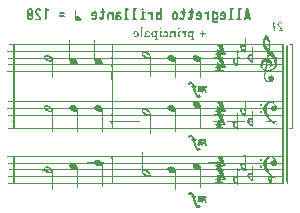
<source format=gbr>
%TF.GenerationSoftware,KiCad,Pcbnew,8.0.7-1.fc40*%
%TF.CreationDate,2024-12-24T18:05:21+01:00*%
%TF.ProjectId,pedai-hw,70656461-692d-4687-972e-6b696361645f,rev?*%
%TF.SameCoordinates,Original*%
%TF.FileFunction,Legend,Bot*%
%TF.FilePolarity,Positive*%
%FSLAX46Y46*%
G04 Gerber Fmt 4.6, Leading zero omitted, Abs format (unit mm)*
G04 Created by KiCad (PCBNEW 8.0.7-1.fc40) date 2024-12-24 18:05:21*
%MOMM*%
%LPD*%
G01*
G04 APERTURE LIST*
%ADD10C,0.000000*%
G04 APERTURE END LIST*
D10*
%TO.C,G\u002A\u002A\u002A*%
G36*
X145712883Y-126506280D02*
G01*
X145692432Y-126526731D01*
X145671981Y-126506280D01*
X145692432Y-126485829D01*
X145712883Y-126506280D01*
G37*
G36*
X143372299Y-116934936D02*
G01*
X143413010Y-116988949D01*
X143412143Y-117013738D01*
X143364439Y-117037520D01*
X143332610Y-117029103D01*
X143299678Y-116972759D01*
X143323287Y-116928068D01*
X143372299Y-116934936D01*
G37*
G36*
X141818050Y-116951292D02*
G01*
X141860277Y-116993550D01*
X141857669Y-117016766D01*
X141806763Y-117037520D01*
X141772994Y-117030846D01*
X141753250Y-116993550D01*
X141758805Y-116981424D01*
X141806763Y-116949581D01*
X141818050Y-116951292D01*
G37*
G36*
X140343064Y-115290430D02*
G01*
X140368417Y-115330255D01*
X140371498Y-115416801D01*
X140343003Y-115456428D01*
X140271574Y-115476961D01*
X140198763Y-115447991D01*
X140158305Y-115375979D01*
X140157246Y-115349983D01*
X140192154Y-115278669D01*
X140264379Y-115254056D01*
X140343064Y-115290430D01*
G37*
G36*
X150330933Y-123965369D02*
G01*
X150383084Y-124030850D01*
X150372331Y-124119792D01*
X150344162Y-124163103D01*
X150284965Y-124191202D01*
X150216380Y-124139161D01*
X150212098Y-124133621D01*
X150190334Y-124056623D01*
X150213035Y-123982860D01*
X150269626Y-123949919D01*
X150330933Y-123965369D01*
G37*
G36*
X150330933Y-128587269D02*
G01*
X150383084Y-128652751D01*
X150372331Y-128741692D01*
X150344162Y-128785003D01*
X150284965Y-128813102D01*
X150216380Y-128761062D01*
X150212098Y-128755521D01*
X150190334Y-128678524D01*
X150213035Y-128604760D01*
X150269626Y-128571819D01*
X150330933Y-128587269D01*
G37*
G36*
X150357040Y-123435291D02*
G01*
X150391507Y-123503000D01*
X150369983Y-123568222D01*
X150340498Y-123599043D01*
X150279154Y-123616935D01*
X150210374Y-123559300D01*
X150200221Y-123546433D01*
X150182076Y-123489710D01*
X150228316Y-123426369D01*
X150264025Y-123393394D01*
X150307962Y-123381766D01*
X150357040Y-123435291D01*
G37*
G36*
X150357040Y-128057191D02*
G01*
X150391507Y-128124901D01*
X150369983Y-128190122D01*
X150340498Y-128220943D01*
X150279154Y-128238835D01*
X150210374Y-128181200D01*
X150200221Y-128168333D01*
X150182076Y-128111610D01*
X150228316Y-128048269D01*
X150264025Y-128015295D01*
X150307962Y-128003666D01*
X150357040Y-128057191D01*
G37*
G36*
X133523140Y-115647309D02*
G01*
X133647493Y-115654671D01*
X133710915Y-115673799D01*
X133728664Y-115708212D01*
X133726717Y-115722136D01*
X133694812Y-115750833D01*
X133611928Y-115765469D01*
X133462802Y-115769565D01*
X133402465Y-115769116D01*
X133278111Y-115761753D01*
X133214690Y-115742626D01*
X133196941Y-115708212D01*
X133198887Y-115694288D01*
X133230792Y-115665591D01*
X133313676Y-115650956D01*
X133462802Y-115646860D01*
X133523140Y-115647309D01*
G37*
G36*
X133523140Y-115892720D02*
G01*
X133647493Y-115900082D01*
X133710915Y-115919209D01*
X133728664Y-115953623D01*
X133726717Y-115967547D01*
X133694812Y-115996244D01*
X133611928Y-116010880D01*
X133462802Y-116014976D01*
X133402465Y-116014526D01*
X133278111Y-116007164D01*
X133214690Y-115988037D01*
X133196941Y-115953623D01*
X133198887Y-115939699D01*
X133230792Y-115911002D01*
X133313676Y-115896366D01*
X133462802Y-115892270D01*
X133523140Y-115892720D01*
G37*
G36*
X152993398Y-121925282D02*
G01*
X152993398Y-125504187D01*
X152809340Y-125504187D01*
X152754334Y-125502310D01*
X152661839Y-125487678D01*
X152625282Y-125463285D01*
X152626518Y-125457917D01*
X152673816Y-125432656D01*
X152768438Y-125422383D01*
X152911594Y-125422383D01*
X152911594Y-121925282D01*
X152911594Y-118428180D01*
X152768438Y-118428180D01*
X152749651Y-118427827D01*
X152661238Y-118414313D01*
X152625282Y-118387278D01*
X152633728Y-118375055D01*
X152699572Y-118354500D01*
X152809340Y-118346377D01*
X152993398Y-118346377D01*
X152993398Y-121925282D01*
G37*
G36*
X140221820Y-116918044D02*
G01*
X140223811Y-116918104D01*
X140286596Y-116926525D01*
X140283172Y-116941903D01*
X140278396Y-116944536D01*
X140252105Y-116999814D01*
X140236925Y-117124227D01*
X140232045Y-117323832D01*
X140232145Y-117357625D01*
X140238466Y-117545966D01*
X140255205Y-117659993D01*
X140283172Y-117705762D01*
X140290864Y-117711268D01*
X140259728Y-117722091D01*
X140170693Y-117726392D01*
X140128885Y-117725641D01*
X140061167Y-117718333D01*
X140058213Y-117705762D01*
X140067681Y-117698917D01*
X140091401Y-117635880D01*
X140104999Y-117505184D01*
X140109340Y-117299973D01*
X140109340Y-116914815D01*
X140221820Y-116918044D01*
G37*
G36*
X141914917Y-117211282D02*
G01*
X141949920Y-117242029D01*
X141948731Y-117251805D01*
X141909018Y-117282930D01*
X141895505Y-117290488D01*
X141875129Y-117352621D01*
X141868009Y-117453880D01*
X141873450Y-117565600D01*
X141890759Y-117659116D01*
X141919243Y-117705762D01*
X141926935Y-117711268D01*
X141895799Y-117722091D01*
X141806763Y-117726392D01*
X141764956Y-117725641D01*
X141697238Y-117718333D01*
X141694284Y-117705762D01*
X141710985Y-117690235D01*
X141736547Y-117601171D01*
X141745411Y-117443129D01*
X141745411Y-117440548D01*
X141747737Y-117306795D01*
X141760107Y-117235199D01*
X141790693Y-117206422D01*
X141847665Y-117201127D01*
X141914917Y-117211282D01*
G37*
G36*
X143403646Y-117201132D02*
G01*
X143484540Y-117218232D01*
X143500130Y-117256396D01*
X143442834Y-117297722D01*
X143413472Y-117322296D01*
X143383849Y-117407427D01*
X143381138Y-117518447D01*
X143404490Y-117622986D01*
X143453060Y-117688672D01*
X143480640Y-117713117D01*
X143446906Y-117725311D01*
X143340580Y-117726862D01*
X143281188Y-117724479D01*
X143220708Y-117716076D01*
X143228100Y-117704655D01*
X143242446Y-117699760D01*
X143277709Y-117664185D01*
X143295053Y-117585103D01*
X143299678Y-117443538D01*
X143299678Y-117440231D01*
X143302020Y-117306640D01*
X143314410Y-117235140D01*
X143344997Y-117206410D01*
X143401933Y-117201127D01*
X143403646Y-117201132D01*
G37*
G36*
X134559493Y-115051514D02*
G01*
X134574536Y-115140387D01*
X134584191Y-115294410D01*
X134587601Y-115503703D01*
X134587601Y-115974074D01*
X134721656Y-115974074D01*
X134816611Y-115985116D01*
X134949458Y-116040733D01*
X135047551Y-116129284D01*
X135095626Y-116235018D01*
X135078422Y-116342190D01*
X135059129Y-116368988D01*
X134969976Y-116414104D01*
X134850966Y-116412829D01*
X134725115Y-116371539D01*
X134615436Y-116296608D01*
X134544942Y-116194412D01*
X134533745Y-116147816D01*
X134520450Y-116030154D01*
X134511470Y-115871153D01*
X134506777Y-115688389D01*
X134506345Y-115499441D01*
X134510149Y-115321884D01*
X134518160Y-115173296D01*
X134530352Y-115071253D01*
X134546699Y-115033333D01*
X134559493Y-115051514D01*
G37*
G36*
X151345010Y-116466003D02*
G01*
X151417630Y-116495884D01*
X151493118Y-116550836D01*
X151546448Y-116609686D01*
X151552599Y-116651261D01*
X151519940Y-116657523D01*
X151453672Y-116624105D01*
X151411594Y-116594346D01*
X151396795Y-116611102D01*
X151409612Y-116694345D01*
X151418310Y-116741401D01*
X151440987Y-116880744D01*
X151462681Y-117031785D01*
X151471122Y-117107913D01*
X151470255Y-117209515D01*
X151444400Y-117242029D01*
X151430512Y-117241553D01*
X151398173Y-117231803D01*
X151397040Y-117223486D01*
X151385592Y-117154391D01*
X151364448Y-117031507D01*
X151336876Y-116873913D01*
X151312766Y-116736844D01*
X151289995Y-116600026D01*
X151280729Y-116519016D01*
X151284807Y-116479220D01*
X151302066Y-116466044D01*
X151332345Y-116464895D01*
X151345010Y-116466003D01*
G37*
G36*
X141082335Y-115568621D02*
G01*
X141109203Y-115591570D01*
X141124110Y-115649598D01*
X141130517Y-115758276D01*
X141131884Y-115933172D01*
X141131092Y-116078316D01*
X141125992Y-116199221D01*
X141113097Y-116266304D01*
X141088946Y-116295137D01*
X141050081Y-116301288D01*
X141010125Y-116295259D01*
X140982998Y-116262567D01*
X140970988Y-116184790D01*
X140968277Y-116043607D01*
X140968017Y-116012422D01*
X140954997Y-115848441D01*
X140924597Y-115747059D01*
X140879973Y-115714548D01*
X140824279Y-115757183D01*
X140799784Y-115783309D01*
X140730265Y-115804888D01*
X140677280Y-115768217D01*
X140670364Y-115686802D01*
X140704691Y-115616042D01*
X140787213Y-115570919D01*
X140891892Y-115599849D01*
X140940910Y-115622567D01*
X140968277Y-115606304D01*
X140983619Y-115582328D01*
X141050081Y-115565056D01*
X141082335Y-115568621D01*
G37*
G36*
X139071638Y-115293893D02*
G01*
X139127777Y-115330835D01*
X139122074Y-115375372D01*
X139045894Y-115413300D01*
X139021262Y-115421826D01*
X138990771Y-115450085D01*
X138973513Y-115509656D01*
X138965837Y-115617360D01*
X138964090Y-115790016D01*
X138964570Y-115897134D01*
X138969240Y-116030797D01*
X138981916Y-116109071D01*
X139006250Y-116148776D01*
X139045894Y-116166731D01*
X139093429Y-116189767D01*
X139127697Y-116244706D01*
X139112676Y-116273377D01*
X139042126Y-116294817D01*
X138902738Y-116301288D01*
X138768842Y-116295983D01*
X138697974Y-116276935D01*
X138677778Y-116239935D01*
X138684904Y-116211323D01*
X138739131Y-116178583D01*
X138758299Y-116173368D01*
X138779407Y-116139440D01*
X138792295Y-116062657D01*
X138798731Y-115930053D01*
X138800483Y-115728663D01*
X138800483Y-115278744D01*
X138964090Y-115278744D01*
X139071638Y-115293893D01*
G37*
G36*
X140401786Y-115566170D02*
G01*
X140491342Y-115583748D01*
X140518358Y-115626409D01*
X140503175Y-115662187D01*
X140436554Y-115687761D01*
X140400322Y-115692273D01*
X140370847Y-115722042D01*
X140357735Y-115796105D01*
X140354751Y-115933172D01*
X140356254Y-116041869D01*
X140366177Y-116130293D01*
X140390865Y-116169628D01*
X140436554Y-116178583D01*
X140484258Y-116189970D01*
X140518358Y-116239935D01*
X140517874Y-116247328D01*
X140491953Y-116279873D01*
X140415446Y-116296576D01*
X140272947Y-116301288D01*
X140132111Y-116296280D01*
X140051574Y-116278394D01*
X140027536Y-116244706D01*
X140042868Y-116207817D01*
X140109340Y-116166731D01*
X140109774Y-116166617D01*
X140152741Y-116145880D01*
X140177350Y-116099534D01*
X140188514Y-116008875D01*
X140191143Y-115855198D01*
X140191143Y-115565056D01*
X140354751Y-115565056D01*
X140401786Y-115566170D01*
G37*
G36*
X142292608Y-117222515D02*
G01*
X142375459Y-117289733D01*
X142378640Y-117294362D01*
X142431808Y-117426032D01*
X142431113Y-117561666D01*
X142376467Y-117668576D01*
X142327717Y-117703754D01*
X142216205Y-117732154D01*
X142106203Y-117714008D01*
X142031723Y-117651046D01*
X142009706Y-117595888D01*
X142030284Y-117569243D01*
X142041185Y-117570478D01*
X142072625Y-117605769D01*
X142073163Y-117613610D01*
X142111008Y-117657836D01*
X142183529Y-117663240D01*
X142255499Y-117625936D01*
X142271818Y-117606335D01*
X142311400Y-117501250D01*
X142311002Y-117382300D01*
X142268953Y-117291111D01*
X142230569Y-117258188D01*
X142177357Y-117251930D01*
X142142577Y-117323832D01*
X142132822Y-117352326D01*
X142089413Y-117401423D01*
X142048961Y-117387606D01*
X142039104Y-117313607D01*
X142043142Y-117295353D01*
X142098339Y-117227321D01*
X142190865Y-117202376D01*
X142292608Y-117222515D01*
G37*
G36*
X145867842Y-115568621D02*
G01*
X145894710Y-115591570D01*
X145909617Y-115649598D01*
X145916025Y-115758276D01*
X145917391Y-115933172D01*
X145916599Y-116078316D01*
X145911499Y-116199221D01*
X145898604Y-116266304D01*
X145874454Y-116295137D01*
X145835588Y-116301288D01*
X145802018Y-116297648D01*
X145770869Y-116269756D01*
X145756967Y-116198093D01*
X145753784Y-116063695D01*
X145753776Y-116059314D01*
X145743472Y-115914079D01*
X145717812Y-115795836D01*
X145682844Y-115718168D01*
X145644615Y-115694657D01*
X145609173Y-115738889D01*
X145583687Y-115774134D01*
X145519335Y-115806366D01*
X145455495Y-115805704D01*
X145426570Y-115766876D01*
X145452736Y-115663942D01*
X145523546Y-115591577D01*
X145615434Y-115570637D01*
X145704702Y-115614138D01*
X145741712Y-115642594D01*
X145753784Y-115614138D01*
X145769184Y-115585561D01*
X145835588Y-115565056D01*
X145867842Y-115568621D01*
G37*
G36*
X151962853Y-116485169D02*
G01*
X152045739Y-116534888D01*
X152090934Y-116599191D01*
X152078819Y-116656876D01*
X152051843Y-116662056D01*
X152006655Y-116617936D01*
X151974256Y-116576673D01*
X151900820Y-116544784D01*
X151835477Y-116569069D01*
X151807247Y-116645516D01*
X151807247Y-116645617D01*
X151847133Y-116751300D01*
X151966981Y-116870846D01*
X152014254Y-116911969D01*
X152111269Y-117020361D01*
X152169363Y-117119694D01*
X152212009Y-117242029D01*
X152009628Y-117242029D01*
X151944963Y-117240021D01*
X151844677Y-117223799D01*
X151810411Y-117198208D01*
X151846913Y-117171635D01*
X151958931Y-117152469D01*
X152110615Y-117139774D01*
X151897578Y-116930505D01*
X151887218Y-116920258D01*
X151784713Y-116810614D01*
X151712107Y-116718252D01*
X151684541Y-116662236D01*
X151707631Y-116570974D01*
X151789156Y-116492194D01*
X151907393Y-116471612D01*
X151962853Y-116485169D01*
G37*
G36*
X132060958Y-115279071D02*
G01*
X132153442Y-115307439D01*
X132257004Y-115367609D01*
X132304366Y-115405283D01*
X132347532Y-115462457D01*
X132331286Y-115511797D01*
X132318753Y-115525717D01*
X132273473Y-115542616D01*
X132209433Y-115498396D01*
X132191509Y-115482774D01*
X132163965Y-115468130D01*
X132146889Y-115487008D01*
X132137783Y-115551480D01*
X132134151Y-115673614D01*
X132133495Y-115865480D01*
X132133438Y-115928980D01*
X132131622Y-116101306D01*
X132125235Y-116210340D01*
X132111581Y-116270440D01*
X132087965Y-116295970D01*
X132051691Y-116301288D01*
X132023951Y-116298688D01*
X131998818Y-116280820D01*
X131982972Y-116234308D01*
X131974285Y-116145862D01*
X131970632Y-116002195D01*
X131969887Y-115790016D01*
X131970332Y-115608651D01*
X131973262Y-115454401D01*
X131980856Y-115357592D01*
X131995287Y-115304916D01*
X132018726Y-115283069D01*
X132053347Y-115278744D01*
X132060958Y-115279071D01*
G37*
G36*
X148582141Y-115279857D02*
G01*
X148671696Y-115297436D01*
X148698712Y-115340096D01*
X148683529Y-115375874D01*
X148616908Y-115401449D01*
X148580426Y-115406632D01*
X148555806Y-115432901D01*
X148542176Y-115495438D01*
X148536340Y-115609418D01*
X148535105Y-115790016D01*
X148536196Y-115963308D01*
X148541726Y-116080252D01*
X148554892Y-116144997D01*
X148578888Y-116172715D01*
X148616908Y-116178583D01*
X148664612Y-116189970D01*
X148698712Y-116239935D01*
X148698228Y-116247328D01*
X148672307Y-116279873D01*
X148595800Y-116296576D01*
X148453301Y-116301288D01*
X148312465Y-116296280D01*
X148231928Y-116278394D01*
X148207891Y-116244706D01*
X148223222Y-116207817D01*
X148289694Y-116166731D01*
X148296460Y-116164855D01*
X148330736Y-116147049D01*
X148352654Y-116108002D01*
X148364938Y-116032577D01*
X148370312Y-115905636D01*
X148371498Y-115712042D01*
X148371498Y-115278744D01*
X148535105Y-115278744D01*
X148582141Y-115279857D01*
G37*
G36*
X139706456Y-115279857D02*
G01*
X139796012Y-115297436D01*
X139823028Y-115340096D01*
X139807844Y-115375874D01*
X139741224Y-115401449D01*
X139704741Y-115406632D01*
X139680122Y-115432901D01*
X139666491Y-115495438D01*
X139660656Y-115609418D01*
X139659420Y-115790016D01*
X139660512Y-115963308D01*
X139666042Y-116080252D01*
X139679208Y-116144997D01*
X139703203Y-116172715D01*
X139741224Y-116178583D01*
X139788928Y-116189970D01*
X139823028Y-116239935D01*
X139822544Y-116247328D01*
X139796623Y-116279873D01*
X139720116Y-116296576D01*
X139577617Y-116301288D01*
X139548048Y-116301167D01*
X139417865Y-116294687D01*
X139351053Y-116275560D01*
X139332206Y-116239935D01*
X139347389Y-116204157D01*
X139414010Y-116178583D01*
X139429427Y-116178029D01*
X139460183Y-116166902D01*
X139479628Y-116130544D01*
X139490334Y-116054812D01*
X139494872Y-115925566D01*
X139495813Y-115728663D01*
X139495813Y-115278744D01*
X139659420Y-115278744D01*
X139706456Y-115279857D01*
G37*
G36*
X143260744Y-116101512D02*
G01*
X143201310Y-116215190D01*
X143137484Y-116265520D01*
X143012241Y-116301817D01*
X142886309Y-116283317D01*
X142790725Y-116210384D01*
X142775728Y-116183718D01*
X142740949Y-116068851D01*
X142727053Y-115933172D01*
X142911111Y-115933172D01*
X142911186Y-115953452D01*
X142918557Y-116059876D01*
X142945612Y-116111123D01*
X143003140Y-116130300D01*
X143040967Y-116133377D01*
X143077040Y-116116470D01*
X143092127Y-116056118D01*
X143095169Y-115933172D01*
X143094164Y-115846917D01*
X143084519Y-115765895D01*
X143057158Y-115735321D01*
X143003140Y-115736044D01*
X142993006Y-115737633D01*
X142940317Y-115759857D01*
X142916615Y-115817334D01*
X142911111Y-115933172D01*
X142727053Y-115933172D01*
X142729536Y-115864965D01*
X142768578Y-115698341D01*
X142855028Y-115598375D01*
X142988895Y-115565056D01*
X143050834Y-115569823D01*
X143177498Y-115626889D01*
X143253740Y-115748146D01*
X143279227Y-115933172D01*
X143260744Y-116101512D01*
G37*
G36*
X143960751Y-117208797D02*
G01*
X143995008Y-117242029D01*
X143993820Y-117251805D01*
X143954106Y-117282930D01*
X143942159Y-117290899D01*
X143921414Y-117355895D01*
X143913205Y-117464956D01*
X143914024Y-117507163D01*
X143934000Y-117626325D01*
X143984783Y-117688672D01*
X144013192Y-117713828D01*
X143980145Y-117727266D01*
X143874711Y-117731606D01*
X143839074Y-117731704D01*
X143751599Y-117727572D01*
X143731023Y-117712119D01*
X143765638Y-117679780D01*
X143793651Y-117654800D01*
X143820438Y-117587529D01*
X143809721Y-117474819D01*
X143801132Y-117434463D01*
X143761647Y-117328158D01*
X143714128Y-117290690D01*
X143664924Y-117328476D01*
X143633364Y-117360821D01*
X143583077Y-117337280D01*
X143563715Y-117308916D01*
X143563337Y-117245593D01*
X143610466Y-117210471D01*
X143699451Y-117207021D01*
X143782319Y-117250209D01*
X143819328Y-117278665D01*
X143831401Y-117250209D01*
X143846800Y-117221631D01*
X143913205Y-117201127D01*
X143960751Y-117208797D01*
G37*
G36*
X147886811Y-115279857D02*
G01*
X147976366Y-115297436D01*
X148003382Y-115340096D01*
X147988199Y-115375874D01*
X147921578Y-115401449D01*
X147885096Y-115406632D01*
X147860476Y-115432901D01*
X147846845Y-115495438D01*
X147841010Y-115609418D01*
X147839775Y-115790016D01*
X147840866Y-115963308D01*
X147846396Y-116080252D01*
X147859562Y-116144997D01*
X147883558Y-116172715D01*
X147921578Y-116178583D01*
X147969282Y-116189970D01*
X148003382Y-116239935D01*
X148002898Y-116247328D01*
X147976977Y-116279873D01*
X147900470Y-116296576D01*
X147757971Y-116301288D01*
X147728402Y-116301167D01*
X147598220Y-116294687D01*
X147531408Y-116275560D01*
X147512561Y-116239935D01*
X147527744Y-116204157D01*
X147594364Y-116178583D01*
X147609781Y-116178029D01*
X147640537Y-116166902D01*
X147659982Y-116130544D01*
X147670688Y-116054812D01*
X147675226Y-115925566D01*
X147676168Y-115728663D01*
X147676168Y-115278744D01*
X147839775Y-115278744D01*
X147886811Y-115279857D01*
G37*
G36*
X145345276Y-117160235D02*
G01*
X145373821Y-117196775D01*
X145385668Y-117282930D01*
X145389428Y-117347694D01*
X145421462Y-117395501D01*
X145508374Y-117405636D01*
X145509900Y-117405639D01*
X145595537Y-117417819D01*
X145631079Y-117446538D01*
X145631070Y-117447046D01*
X145594529Y-117475592D01*
X145508374Y-117487439D01*
X145443610Y-117491198D01*
X145395803Y-117523233D01*
X145385668Y-117610145D01*
X145385665Y-117611671D01*
X145373485Y-117697308D01*
X145344767Y-117732850D01*
X145344258Y-117732841D01*
X145315712Y-117696300D01*
X145303865Y-117610145D01*
X145300106Y-117545381D01*
X145268072Y-117497574D01*
X145181160Y-117487439D01*
X145179633Y-117487436D01*
X145093997Y-117475256D01*
X145058454Y-117446538D01*
X145058464Y-117446029D01*
X145095004Y-117417483D01*
X145181160Y-117405636D01*
X145245923Y-117401877D01*
X145293730Y-117369843D01*
X145303865Y-117282930D01*
X145303868Y-117281404D01*
X145316048Y-117195768D01*
X145344767Y-117160225D01*
X145345276Y-117160235D01*
G37*
G36*
X131560890Y-115315962D02*
G01*
X131648741Y-115387238D01*
X131683575Y-115489592D01*
X131681022Y-115512215D01*
X131639856Y-115558789D01*
X131570026Y-115554118D01*
X131499715Y-115497058D01*
X131480704Y-115475943D01*
X131407884Y-115450496D01*
X131343311Y-115486548D01*
X131315459Y-115572450D01*
X131326642Y-115618191D01*
X131385499Y-115719708D01*
X131480460Y-115832338D01*
X131603558Y-115985090D01*
X131669870Y-116150875D01*
X131694278Y-116301288D01*
X131423065Y-116301288D01*
X131354932Y-116300731D01*
X131231970Y-116293173D01*
X131169347Y-116274055D01*
X131151852Y-116239935D01*
X131154821Y-116222297D01*
X131201698Y-116188714D01*
X131315459Y-116178583D01*
X131381837Y-116176371D01*
X131457617Y-116156921D01*
X131479066Y-116111579D01*
X131463536Y-116066321D01*
X131404122Y-115974035D01*
X131315459Y-115867082D01*
X131259947Y-115802272D01*
X131169896Y-115648115D01*
X131155646Y-115506682D01*
X131215524Y-115369648D01*
X131228987Y-115352597D01*
X131326037Y-115292241D01*
X131444997Y-115282163D01*
X131560890Y-115315962D01*
G37*
G36*
X139941725Y-117434997D02*
G01*
X139933839Y-117566158D01*
X139881459Y-117668576D01*
X139861576Y-117685208D01*
X139755766Y-117725869D01*
X139636493Y-117726008D01*
X139544895Y-117683768D01*
X139531393Y-117669523D01*
X139495457Y-117609669D01*
X139515382Y-117592014D01*
X139580011Y-117632762D01*
X139583901Y-117636200D01*
X139679982Y-117677795D01*
X139765652Y-117647833D01*
X139815801Y-117554633D01*
X139814025Y-117519517D01*
X139770060Y-117494189D01*
X139662420Y-117487439D01*
X139607726Y-117485424D01*
X139516028Y-117458337D01*
X139494565Y-117392823D01*
X139505938Y-117363450D01*
X139618519Y-117363450D01*
X139640817Y-117427583D01*
X139720773Y-117446538D01*
X139786317Y-117434828D01*
X139820840Y-117380776D01*
X139785627Y-117287196D01*
X139770525Y-117268963D01*
X139706641Y-117250558D01*
X139645690Y-117286746D01*
X139618519Y-117363450D01*
X139505938Y-117363450D01*
X139538154Y-117280242D01*
X139560066Y-117250902D01*
X139651176Y-117206576D01*
X139765212Y-117212191D01*
X139870934Y-117268819D01*
X139906150Y-117314311D01*
X139925742Y-117380776D01*
X139941725Y-117434997D01*
G37*
G36*
X143001915Y-117214665D02*
G01*
X143098893Y-117225608D01*
X143136071Y-117244411D01*
X143134900Y-117253551D01*
X143095169Y-117282930D01*
X143081656Y-117290488D01*
X143061281Y-117352621D01*
X143054160Y-117453880D01*
X143059601Y-117565600D01*
X143076910Y-117659116D01*
X143105395Y-117705762D01*
X143113085Y-117711359D01*
X143081959Y-117723106D01*
X142992915Y-117728995D01*
X142951185Y-117728835D01*
X142879736Y-117719225D01*
X142883088Y-117697494D01*
X142885694Y-117695713D01*
X142920209Y-117623016D01*
X142923990Y-117483386D01*
X142921447Y-117450555D01*
X142906192Y-117354141D01*
X142873347Y-117312408D01*
X142808857Y-117303381D01*
X142744829Y-117312303D01*
X142709432Y-117356651D01*
X142693738Y-117459617D01*
X142692414Y-117482065D01*
X142700682Y-117597068D01*
X142729422Y-117674352D01*
X142748843Y-117709178D01*
X142719305Y-117728179D01*
X142621990Y-117732850D01*
X142527774Y-117729436D01*
X142501046Y-117714589D01*
X142533401Y-117681723D01*
X142540477Y-117675700D01*
X142588602Y-117583306D01*
X142612797Y-117426087D01*
X142624799Y-117221578D01*
X142880435Y-117213734D01*
X143001915Y-117214665D01*
G37*
G36*
X136448631Y-115933172D02*
G01*
X136448389Y-115973670D01*
X136440061Y-116109601D01*
X136415605Y-116191926D01*
X136369236Y-116243232D01*
X136242114Y-116294723D01*
X136097206Y-116285941D01*
X135974171Y-116215394D01*
X135929188Y-116153388D01*
X135924232Y-116086627D01*
X135972399Y-116058197D01*
X136060530Y-116087578D01*
X136125713Y-116120799D01*
X136221729Y-116132093D01*
X136277830Y-116080327D01*
X136286131Y-116053141D01*
X136275299Y-116004825D01*
X136208705Y-115980664D01*
X136073698Y-115974074D01*
X136015343Y-115973571D01*
X135934230Y-115963366D01*
X135902134Y-115927846D01*
X135896457Y-115851368D01*
X135905044Y-115800241D01*
X136070290Y-115800241D01*
X136089012Y-115837863D01*
X136182770Y-115851368D01*
X136273966Y-115839028D01*
X136295250Y-115800241D01*
X136263723Y-115768395D01*
X136182770Y-115749114D01*
X136119590Y-115760317D01*
X136070290Y-115800241D01*
X135905044Y-115800241D01*
X135912233Y-115757442D01*
X135986105Y-115645511D01*
X136101182Y-115578916D01*
X136236034Y-115568001D01*
X136369236Y-115623112D01*
X136381939Y-115633169D01*
X136422846Y-115689514D01*
X136443149Y-115781986D01*
X136443811Y-115800241D01*
X136448631Y-115933172D01*
G37*
G36*
X137769291Y-115568621D02*
G01*
X137796159Y-115591570D01*
X137811067Y-115649598D01*
X137817474Y-115758276D01*
X137818841Y-115933172D01*
X137818049Y-116078316D01*
X137812949Y-116199221D01*
X137800054Y-116266304D01*
X137775903Y-116295137D01*
X137737037Y-116301288D01*
X137696198Y-116294839D01*
X137669630Y-116261394D01*
X137657880Y-116182668D01*
X137655234Y-116040435D01*
X137653223Y-115948282D01*
X137634675Y-115804191D01*
X137595673Y-115730150D01*
X137530498Y-115697584D01*
X137484784Y-115730806D01*
X137458890Y-115836024D01*
X137450725Y-116017389D01*
X137450709Y-116036248D01*
X137447891Y-116178540D01*
X137436693Y-116258438D01*
X137412056Y-116293502D01*
X137368921Y-116301288D01*
X137361238Y-116301174D01*
X137321415Y-116290629D01*
X137299074Y-116250577D01*
X137289285Y-116163603D01*
X137287118Y-116012287D01*
X137292876Y-115856475D01*
X137308093Y-115723848D01*
X137329459Y-115644171D01*
X137332987Y-115638027D01*
X137410187Y-115578628D01*
X137514065Y-115569273D01*
X137606152Y-115614138D01*
X137643161Y-115642594D01*
X137655234Y-115614138D01*
X137670633Y-115585561D01*
X137737037Y-115565056D01*
X137769291Y-115568621D01*
G37*
G36*
X143786527Y-115283423D02*
G01*
X143822250Y-115323234D01*
X143831401Y-115421900D01*
X143831754Y-115440687D01*
X143845268Y-115529100D01*
X143872303Y-115565056D01*
X143891119Y-115571978D01*
X143913205Y-115626409D01*
X143908590Y-115654633D01*
X143872303Y-115687761D01*
X143856360Y-115704931D01*
X143838393Y-115783292D01*
X143831401Y-115903620D01*
X143830374Y-115948574D01*
X143809749Y-116103494D01*
X143767729Y-116210384D01*
X143710638Y-116263373D01*
X143606225Y-116293212D01*
X143498964Y-116274450D01*
X143415251Y-116213486D01*
X143381482Y-116116722D01*
X143404555Y-116049523D01*
X143464341Y-116031188D01*
X143530996Y-116078107D01*
X143583324Y-116124474D01*
X143630031Y-116108088D01*
X143657575Y-116026297D01*
X143660192Y-115887602D01*
X143657656Y-115854990D01*
X143641701Y-115757482D01*
X143605979Y-115712235D01*
X143534863Y-115695270D01*
X143460797Y-115675038D01*
X143421553Y-115629680D01*
X143450268Y-115585148D01*
X143545089Y-115565056D01*
X143626258Y-115557531D01*
X143660954Y-115518081D01*
X143667794Y-115421900D01*
X143670468Y-115357273D01*
X143693217Y-115294757D01*
X143749598Y-115278744D01*
X143786527Y-115283423D01*
G37*
G36*
X138507473Y-116126425D02*
G01*
X138472973Y-116220039D01*
X138462421Y-116237070D01*
X138414923Y-116273963D01*
X138328331Y-116291713D01*
X138181495Y-116295821D01*
X137931216Y-116294624D01*
X137945703Y-116068880D01*
X138153854Y-116068880D01*
X138157578Y-116086110D01*
X138203533Y-116151820D01*
X138271365Y-116174150D01*
X138328713Y-116139946D01*
X138340246Y-116113650D01*
X138319848Y-116048518D01*
X138226070Y-116002657D01*
X138211425Y-115999118D01*
X138158052Y-116004563D01*
X138153854Y-116068880D01*
X137945703Y-116068880D01*
X137951112Y-115984601D01*
X137956144Y-115915037D01*
X137974746Y-115764416D01*
X138003145Y-115671854D01*
X138045898Y-115619817D01*
X138109544Y-115586079D01*
X138231196Y-115566461D01*
X138349025Y-115588224D01*
X138438044Y-115644920D01*
X138473269Y-115730102D01*
X138449578Y-115790060D01*
X138389253Y-115809981D01*
X138330113Y-115769565D01*
X138314212Y-115751816D01*
X138247159Y-115729382D01*
X138177923Y-115743580D01*
X138146055Y-115790016D01*
X138166069Y-115830035D01*
X138248309Y-115851368D01*
X138286956Y-115855815D01*
X138393468Y-115904758D01*
X138479066Y-115987601D01*
X138514171Y-116079017D01*
X138509278Y-116113650D01*
X138507473Y-116126425D01*
G37*
G36*
X145324316Y-115933172D02*
G01*
X145305833Y-116101512D01*
X145246398Y-116215190D01*
X145238084Y-116223848D01*
X145135789Y-116281806D01*
X145013506Y-116294092D01*
X144895776Y-116266103D01*
X144807141Y-116203237D01*
X144772142Y-116110891D01*
X144773016Y-116100256D01*
X144810536Y-116060934D01*
X144882572Y-116066248D01*
X144960305Y-116115492D01*
X144960684Y-116115870D01*
X145040654Y-116155001D01*
X145110408Y-116130026D01*
X145140258Y-116051501D01*
X145140257Y-116051061D01*
X145126470Y-116002605D01*
X145071875Y-115979785D01*
X144956200Y-115974074D01*
X144894332Y-115973500D01*
X144811703Y-115963524D01*
X144778346Y-115930398D01*
X144772142Y-115860469D01*
X144772355Y-115846774D01*
X144783749Y-115800241D01*
X144945770Y-115800241D01*
X144957346Y-115835250D01*
X145034595Y-115851368D01*
X145104977Y-115839280D01*
X145140258Y-115787171D01*
X145123014Y-115751829D01*
X145062292Y-115735009D01*
X144991271Y-115751948D01*
X144945770Y-115800241D01*
X144783749Y-115800241D01*
X144808643Y-115698571D01*
X144899534Y-115600511D01*
X145033983Y-115565056D01*
X145095922Y-115569823D01*
X145222587Y-115626889D01*
X145298828Y-115748146D01*
X145304204Y-115787171D01*
X145324316Y-115933172D01*
G37*
G36*
X147369404Y-115933172D02*
G01*
X147350921Y-116101512D01*
X147291487Y-116215190D01*
X147283172Y-116223848D01*
X147180878Y-116281806D01*
X147058595Y-116294092D01*
X146940865Y-116266103D01*
X146852229Y-116203237D01*
X146817230Y-116110891D01*
X146818105Y-116100256D01*
X146855624Y-116060934D01*
X146927661Y-116066248D01*
X147005394Y-116115492D01*
X147005773Y-116115870D01*
X147085742Y-116155001D01*
X147155497Y-116130026D01*
X147185346Y-116051501D01*
X147185346Y-116051061D01*
X147171559Y-116002605D01*
X147116964Y-115979785D01*
X147001288Y-115974074D01*
X146939421Y-115973500D01*
X146856792Y-115963524D01*
X146823434Y-115930398D01*
X146817230Y-115860469D01*
X146817444Y-115846774D01*
X146828838Y-115800241D01*
X146990858Y-115800241D01*
X147002435Y-115835250D01*
X147079683Y-115851368D01*
X147150065Y-115839280D01*
X147185346Y-115787171D01*
X147168103Y-115751829D01*
X147107381Y-115735009D01*
X147036360Y-115751948D01*
X146990858Y-115800241D01*
X146828838Y-115800241D01*
X146853732Y-115698571D01*
X146944622Y-115600511D01*
X147079072Y-115565056D01*
X147141011Y-115569823D01*
X147267675Y-115626889D01*
X147343917Y-115748146D01*
X147349293Y-115787171D01*
X147369404Y-115933172D01*
G37*
G36*
X144484712Y-115285457D02*
G01*
X144519091Y-115325089D01*
X144526731Y-115421900D01*
X144527085Y-115440687D01*
X144540598Y-115529100D01*
X144567633Y-115565056D01*
X144586449Y-115571978D01*
X144608535Y-115626409D01*
X144604586Y-115654551D01*
X144573314Y-115687761D01*
X144554651Y-115715441D01*
X144532768Y-115804883D01*
X144515701Y-115934700D01*
X144501167Y-116047037D01*
X144473953Y-116170090D01*
X144443660Y-116241463D01*
X144426428Y-116257906D01*
X144329904Y-116295349D01*
X144215299Y-116293937D01*
X144125894Y-116252206D01*
X144096318Y-116208639D01*
X144077329Y-116123034D01*
X144092334Y-116047487D01*
X144139448Y-116014976D01*
X144170966Y-116021917D01*
X144225628Y-116076328D01*
X144259667Y-116134450D01*
X144291554Y-116125940D01*
X144313839Y-116049603D01*
X144322222Y-115912721D01*
X144320547Y-115800372D01*
X144309025Y-115724465D01*
X144278531Y-115693601D01*
X144219968Y-115687761D01*
X144153270Y-115675753D01*
X144117714Y-115626409D01*
X144137727Y-115586390D01*
X144219968Y-115565056D01*
X144280203Y-115558343D01*
X144314583Y-115518711D01*
X144322222Y-115421900D01*
X144327017Y-115337570D01*
X144355326Y-115289439D01*
X144424477Y-115278744D01*
X144484712Y-115285457D01*
G37*
G36*
X136955931Y-115283423D02*
G01*
X136991655Y-115323234D01*
X137000805Y-115421900D01*
X137000916Y-115434938D01*
X137016781Y-115534013D01*
X137062158Y-115565056D01*
X137090770Y-115572182D01*
X137123511Y-115626409D01*
X137116384Y-115655021D01*
X137062158Y-115687761D01*
X137059948Y-115687801D01*
X137024370Y-115709533D01*
X137006016Y-115781697D01*
X137000805Y-115919726D01*
X137000359Y-115957981D01*
X136981400Y-116125682D01*
X136933113Y-116226489D01*
X136925652Y-116234390D01*
X136818050Y-116294919D01*
X136704239Y-116283061D01*
X136609656Y-116200832D01*
X136571423Y-116119133D01*
X136570225Y-116057676D01*
X136603898Y-116025988D01*
X136675351Y-116022081D01*
X136729284Y-116076328D01*
X136730023Y-116078238D01*
X136768583Y-116138256D01*
X136803001Y-116125064D01*
X136827723Y-116047079D01*
X136837198Y-115912721D01*
X136835523Y-115800372D01*
X136824000Y-115724465D01*
X136793507Y-115693601D01*
X136734944Y-115687761D01*
X136668245Y-115675753D01*
X136632689Y-115626409D01*
X136652703Y-115586390D01*
X136734944Y-115565056D01*
X136795179Y-115558343D01*
X136829558Y-115518711D01*
X136837198Y-115421900D01*
X136839872Y-115357273D01*
X136862621Y-115294757D01*
X136919002Y-115278744D01*
X136955931Y-115283423D01*
G37*
G36*
X140913460Y-117669216D02*
G01*
X140883246Y-117700028D01*
X140796851Y-117720412D01*
X140643222Y-117724778D01*
X140529564Y-117719222D01*
X140432839Y-117705134D01*
X140395652Y-117686157D01*
X140396439Y-117679123D01*
X140434417Y-117651046D01*
X140450368Y-117634258D01*
X140471971Y-117556320D01*
X140472889Y-117548202D01*
X140573692Y-117548202D01*
X140621708Y-117625848D01*
X140670622Y-117667530D01*
X140742601Y-117686284D01*
X140790934Y-117627846D01*
X140799094Y-117593803D01*
X140768496Y-117521895D01*
X140665757Y-117480632D01*
X140662136Y-117480031D01*
X140589248Y-117492740D01*
X140573692Y-117548202D01*
X140472889Y-117548202D01*
X140485544Y-117436312D01*
X140490210Y-117368226D01*
X140505632Y-117271776D01*
X140536846Y-117225539D01*
X140594096Y-117207962D01*
X140612342Y-117205662D01*
X140753273Y-117210016D01*
X140850332Y-117253136D01*
X140886474Y-117328020D01*
X140876715Y-117376660D01*
X140835346Y-117395410D01*
X140814760Y-117383615D01*
X140784219Y-117320424D01*
X140766240Y-117275471D01*
X140705163Y-117249697D01*
X140634526Y-117263229D01*
X140590163Y-117316746D01*
X140587501Y-117360415D01*
X140626586Y-117404362D01*
X140730150Y-117443887D01*
X140847391Y-117493063D01*
X140918516Y-117570308D01*
X140917315Y-117593803D01*
X140913460Y-117669216D01*
G37*
G36*
X146694525Y-115933172D02*
G01*
X146688448Y-116035924D01*
X146644568Y-116187289D01*
X146561749Y-116274533D01*
X146444063Y-116291822D01*
X146409937Y-116287745D01*
X146343769Y-116297327D01*
X146326409Y-116349274D01*
X146329984Y-116370651D01*
X146377616Y-116416363D01*
X146450644Y-116422874D01*
X146510467Y-116383092D01*
X146525047Y-116367117D01*
X146594685Y-116342190D01*
X146628712Y-116353741D01*
X146651948Y-116409753D01*
X146635717Y-116483740D01*
X146582045Y-116543422D01*
X146487137Y-116576223D01*
X146357836Y-116582756D01*
X146254084Y-116553422D01*
X146210427Y-116504064D01*
X146162234Y-116370137D01*
X146132231Y-116168258D01*
X146123076Y-115935586D01*
X146326409Y-115935586D01*
X146326573Y-115967330D01*
X146333715Y-116075140D01*
X146356946Y-116125338D01*
X146403837Y-116137681D01*
X146465430Y-116111393D01*
X146514560Y-116030356D01*
X146534976Y-115921387D01*
X146522100Y-115812110D01*
X146471357Y-115730150D01*
X146440324Y-115708662D01*
X146377182Y-115706876D01*
X146339138Y-115782619D01*
X146326409Y-115935586D01*
X146123076Y-115935586D01*
X146121900Y-115905687D01*
X146121900Y-115570899D01*
X146346587Y-115570899D01*
X146514902Y-115587534D01*
X146622191Y-115645650D01*
X146678316Y-115756959D01*
X146693441Y-115921387D01*
X146694525Y-115933172D01*
G37*
G36*
X149378335Y-115990308D02*
G01*
X149407109Y-116135611D01*
X149427317Y-116240583D01*
X149434944Y-116285340D01*
X149419250Y-116294653D01*
X149352118Y-116301288D01*
X149349431Y-116301264D01*
X149281824Y-116271655D01*
X149244327Y-116176463D01*
X149200991Y-116084975D01*
X149134439Y-116056156D01*
X149070240Y-116091256D01*
X149033435Y-116188808D01*
X149006996Y-116272224D01*
X148941406Y-116301288D01*
X148920713Y-116301080D01*
X148889305Y-116294771D01*
X148872253Y-116270252D01*
X148869804Y-116215106D01*
X148882205Y-116116914D01*
X148909703Y-115963255D01*
X148939620Y-115808555D01*
X149098393Y-115808555D01*
X149101863Y-115903573D01*
X149136394Y-115933172D01*
X149174800Y-115908752D01*
X149183450Y-115828065D01*
X149151631Y-115708212D01*
X149131893Y-115670530D01*
X149115776Y-115688376D01*
X149101367Y-115779790D01*
X149098393Y-115808555D01*
X148939620Y-115808555D01*
X148952547Y-115741712D01*
X148970352Y-115651136D01*
X149006082Y-115480909D01*
X149035126Y-115372119D01*
X149062851Y-115311202D01*
X149094628Y-115284598D01*
X149135826Y-115278744D01*
X149200647Y-115294123D01*
X149250437Y-115370773D01*
X149257798Y-115403545D01*
X149280724Y-115511295D01*
X149311130Y-115658264D01*
X149345004Y-115824564D01*
X149345708Y-115828065D01*
X149378335Y-115990308D01*
G37*
G36*
X131008111Y-115906808D02*
G01*
X131003681Y-116036843D01*
X131003056Y-116055175D01*
X130990262Y-116149132D01*
X130966690Y-116206033D01*
X130929300Y-116243232D01*
X130857635Y-116278952D01*
X130742834Y-116301288D01*
X130725864Y-116301131D01*
X130619054Y-116287024D01*
X130547213Y-116241270D01*
X130503888Y-116151457D01*
X130482626Y-116005176D01*
X130476973Y-115790016D01*
X130477039Y-115763416D01*
X130615125Y-115763416D01*
X130627852Y-115940323D01*
X130639274Y-116036112D01*
X130668475Y-116104320D01*
X130724067Y-116129181D01*
X130766799Y-116131767D01*
X130844552Y-116103437D01*
X130866725Y-116036843D01*
X130832318Y-115948766D01*
X130740332Y-115855986D01*
X130615125Y-115763416D01*
X130477039Y-115763416D01*
X130477054Y-115757380D01*
X130484390Y-115551976D01*
X130485436Y-115545901D01*
X130628680Y-115545901D01*
X130648926Y-115626364D01*
X130743662Y-115722808D01*
X130870544Y-115816615D01*
X130857816Y-115639708D01*
X130855707Y-115612302D01*
X130840592Y-115514492D01*
X130807763Y-115472035D01*
X130742834Y-115462802D01*
X130667929Y-115478635D01*
X130628680Y-115545901D01*
X130485436Y-115545901D01*
X130508182Y-115413821D01*
X130554885Y-115330505D01*
X130630951Y-115289615D01*
X130742834Y-115278744D01*
X130759805Y-115278900D01*
X130866615Y-115293007D01*
X130938455Y-115338762D01*
X130981780Y-115428574D01*
X131003042Y-115574856D01*
X131008696Y-115790016D01*
X131008563Y-115816615D01*
X131008111Y-115906808D01*
G37*
G36*
X141500000Y-117589694D02*
G01*
X141500038Y-117604079D01*
X141505928Y-117755357D01*
X141520293Y-117858393D01*
X141540902Y-117896457D01*
X141550678Y-117897646D01*
X141581804Y-117937359D01*
X141579574Y-117944353D01*
X141528289Y-117968505D01*
X141430467Y-117978261D01*
X141360612Y-117976061D01*
X141312853Y-117961642D01*
X141328213Y-117929178D01*
X141355427Y-117887268D01*
X141377295Y-117793106D01*
X141374821Y-117758353D01*
X141344221Y-117721019D01*
X141259641Y-117723384D01*
X141168036Y-117716414D01*
X141075802Y-117653410D01*
X141022788Y-117548407D01*
X141019668Y-117464496D01*
X141134057Y-117464496D01*
X141174225Y-117612834D01*
X141205955Y-117660335D01*
X141247848Y-117691948D01*
X141310466Y-117663030D01*
X141357077Y-117580006D01*
X141375621Y-117470019D01*
X141361849Y-117360595D01*
X141311516Y-117279257D01*
X141293806Y-117265389D01*
X141241349Y-117250378D01*
X141188811Y-117302517D01*
X141173480Y-117325522D01*
X141134057Y-117464496D01*
X141019668Y-117464496D01*
X141018090Y-117422043D01*
X141070805Y-117294953D01*
X141076335Y-117287299D01*
X141131523Y-117237412D01*
X141216559Y-117213266D01*
X141357117Y-117206970D01*
X141449431Y-117210344D01*
X141544821Y-117224139D01*
X141581804Y-117244950D01*
X141580637Y-117253948D01*
X141540902Y-117282930D01*
X141538984Y-117283218D01*
X141518814Y-117327387D01*
X141505075Y-117435124D01*
X141503929Y-117470019D01*
X141500000Y-117589694D01*
G37*
G36*
X141908602Y-115963393D02*
G01*
X141905743Y-116120472D01*
X141898301Y-116219512D01*
X141884150Y-116273802D01*
X141861163Y-116296631D01*
X141827214Y-116301288D01*
X141779585Y-116292048D01*
X141745411Y-116252206D01*
X141736858Y-116223750D01*
X141696329Y-116252206D01*
X141617047Y-116293962D01*
X141505625Y-116291001D01*
X141413661Y-116234470D01*
X141412001Y-116232395D01*
X141377770Y-116142810D01*
X141360821Y-116006226D01*
X141361153Y-115854383D01*
X141366216Y-115815470D01*
X141545314Y-115815470D01*
X141548990Y-115940182D01*
X141555338Y-116014083D01*
X141583024Y-116130379D01*
X141629516Y-116168590D01*
X141695817Y-116130012D01*
X141733020Y-116070362D01*
X141750723Y-115962480D01*
X141733484Y-115851075D01*
X141686806Y-115763890D01*
X141616192Y-115728663D01*
X141591683Y-115730265D01*
X141557440Y-115752126D01*
X141545314Y-115815470D01*
X141366216Y-115815470D01*
X141378767Y-115719019D01*
X141413661Y-115631874D01*
X141489884Y-115580360D01*
X141601043Y-115569357D01*
X141696329Y-115614138D01*
X141725188Y-115627695D01*
X141740996Y-115584459D01*
X141745411Y-115470982D01*
X141745536Y-115443783D01*
X141752638Y-115338405D01*
X141776951Y-115290237D01*
X141827214Y-115278744D01*
X141854955Y-115281344D01*
X141880087Y-115299212D01*
X141895934Y-115345724D01*
X141904620Y-115434169D01*
X141908273Y-115577837D01*
X141909018Y-115790016D01*
X141908604Y-115962480D01*
X141908602Y-115963393D01*
G37*
G36*
X144567633Y-117589694D02*
G01*
X144567671Y-117604079D01*
X144573561Y-117755357D01*
X144587925Y-117858393D01*
X144608535Y-117896457D01*
X144618311Y-117897646D01*
X144649437Y-117937359D01*
X144647207Y-117944353D01*
X144595922Y-117968505D01*
X144498100Y-117978261D01*
X144428245Y-117976061D01*
X144380486Y-117961642D01*
X144395846Y-117929178D01*
X144423060Y-117887268D01*
X144444928Y-117793106D01*
X144442454Y-117758353D01*
X144411854Y-117721019D01*
X144327274Y-117723384D01*
X144235669Y-117716414D01*
X144143435Y-117653410D01*
X144090420Y-117548407D01*
X144087301Y-117464496D01*
X144201690Y-117464496D01*
X144241858Y-117612834D01*
X144273588Y-117660335D01*
X144315481Y-117691948D01*
X144378099Y-117663030D01*
X144424710Y-117580006D01*
X144443253Y-117470019D01*
X144429482Y-117360595D01*
X144379149Y-117279257D01*
X144361439Y-117265389D01*
X144308982Y-117250378D01*
X144256444Y-117302517D01*
X144241113Y-117325522D01*
X144201690Y-117464496D01*
X144087301Y-117464496D01*
X144085723Y-117422043D01*
X144138437Y-117294953D01*
X144143968Y-117287299D01*
X144199155Y-117237412D01*
X144284192Y-117213266D01*
X144424750Y-117206970D01*
X144517064Y-117210344D01*
X144612453Y-117224139D01*
X144649437Y-117244950D01*
X144648269Y-117253948D01*
X144608535Y-117282930D01*
X144606617Y-117283218D01*
X144586446Y-117327387D01*
X144572708Y-117435124D01*
X144571562Y-117470019D01*
X144567633Y-117589694D01*
G37*
G36*
X144428203Y-121530858D02*
G01*
X144545444Y-121626306D01*
X144645764Y-121771900D01*
X144694675Y-121830642D01*
X144773581Y-121863929D01*
X144819994Y-121875271D01*
X144853945Y-121925282D01*
X144846819Y-121953894D01*
X144792593Y-121986634D01*
X144760203Y-121997884D01*
X144734596Y-122058212D01*
X144737864Y-122092555D01*
X144760651Y-122211283D01*
X144798781Y-122358093D01*
X144845428Y-122511445D01*
X144893766Y-122649800D01*
X144936969Y-122751618D01*
X144968209Y-122795359D01*
X144969176Y-122795670D01*
X145003081Y-122784771D01*
X144995571Y-122710880D01*
X144992444Y-122696825D01*
X144998081Y-122607813D01*
X145046654Y-122571302D01*
X145121599Y-122601648D01*
X145154579Y-122635945D01*
X145176100Y-122725278D01*
X145116885Y-122822199D01*
X145018450Y-122880165D01*
X144914868Y-122861444D01*
X144811305Y-122765982D01*
X144710423Y-122596258D01*
X144614885Y-122354750D01*
X144553828Y-122181913D01*
X144504702Y-122073285D01*
X144459700Y-122015412D01*
X144410743Y-121994015D01*
X144373037Y-121982476D01*
X144328035Y-121936923D01*
X144331251Y-121887254D01*
X144388009Y-121863929D01*
X144403765Y-121862915D01*
X144435989Y-121834246D01*
X144426219Y-121751449D01*
X144394391Y-121664022D01*
X144341517Y-121580613D01*
X144312663Y-121554848D01*
X144292220Y-121563733D01*
X144293081Y-121641965D01*
X144294621Y-121677915D01*
X144278459Y-121744377D01*
X144220528Y-121761674D01*
X144207207Y-121760860D01*
X144142013Y-121720848D01*
X144123430Y-121642262D01*
X144160246Y-121555201D01*
X144203156Y-121517264D01*
X144309091Y-121492272D01*
X144428203Y-121530858D01*
G37*
G36*
X144428203Y-130856462D02*
G01*
X144545444Y-130951910D01*
X144645764Y-131097504D01*
X144694675Y-131156246D01*
X144773581Y-131189533D01*
X144819994Y-131200875D01*
X144853945Y-131250885D01*
X144846819Y-131279498D01*
X144792593Y-131312238D01*
X144760203Y-131323488D01*
X144734596Y-131383816D01*
X144737864Y-131418159D01*
X144760651Y-131536887D01*
X144798781Y-131683697D01*
X144845428Y-131837049D01*
X144893766Y-131975404D01*
X144936969Y-132077222D01*
X144968209Y-132120963D01*
X144969176Y-132121273D01*
X145003081Y-132110375D01*
X144995571Y-132036484D01*
X144992444Y-132022429D01*
X144998081Y-131933417D01*
X145046654Y-131896905D01*
X145121599Y-131927252D01*
X145154579Y-131961548D01*
X145176100Y-132050882D01*
X145116885Y-132147803D01*
X145018450Y-132205769D01*
X144914868Y-132187048D01*
X144811305Y-132091586D01*
X144710423Y-131921862D01*
X144614885Y-131680354D01*
X144553828Y-131507517D01*
X144504702Y-131398889D01*
X144459700Y-131341016D01*
X144410743Y-131319619D01*
X144373037Y-131308079D01*
X144328035Y-131262527D01*
X144331251Y-131212858D01*
X144388009Y-131189533D01*
X144403765Y-131188519D01*
X144435989Y-131159850D01*
X144426219Y-131077053D01*
X144394391Y-130989626D01*
X144341517Y-130906216D01*
X144312663Y-130880452D01*
X144292220Y-130889337D01*
X144293081Y-130967569D01*
X144294621Y-131003518D01*
X144278459Y-131069980D01*
X144220528Y-131087278D01*
X144207207Y-131086464D01*
X144142013Y-131046452D01*
X144123430Y-130967866D01*
X144160246Y-130880805D01*
X144203156Y-130842868D01*
X144309091Y-130817876D01*
X144428203Y-130856462D01*
G37*
G36*
X144461436Y-126050016D02*
G01*
X144544525Y-126129222D01*
X144614278Y-126238583D01*
X144673279Y-126328462D01*
X144761676Y-126363124D01*
X144819273Y-126372130D01*
X144853945Y-126404026D01*
X144847024Y-126422841D01*
X144792593Y-126444927D01*
X144754630Y-126462285D01*
X144731941Y-126536956D01*
X144742328Y-126620238D01*
X144769215Y-126753369D01*
X144806135Y-126909580D01*
X144846623Y-127063037D01*
X144884215Y-127187905D01*
X144912447Y-127258349D01*
X144912510Y-127258451D01*
X144962445Y-127304103D01*
X144995553Y-127280863D01*
X144993447Y-127201610D01*
X144986126Y-127168039D01*
X144993808Y-127112578D01*
X145055304Y-127099356D01*
X145137609Y-127126748D01*
X145172161Y-127197681D01*
X145139826Y-127283934D01*
X145075925Y-127324616D01*
X144972585Y-127344766D01*
X144899956Y-127332906D01*
X144825135Y-127282554D01*
X144755408Y-127183011D01*
X144683821Y-127023917D01*
X144603419Y-126794914D01*
X144554495Y-126652693D01*
X144504614Y-126537212D01*
X144458888Y-126475227D01*
X144409135Y-126452308D01*
X144394698Y-126449689D01*
X144331602Y-126418208D01*
X144333329Y-126381047D01*
X144401898Y-126363124D01*
X144444544Y-126358678D01*
X144462477Y-126326430D01*
X144439627Y-126242793D01*
X144393281Y-126145971D01*
X144332715Y-126068960D01*
X144300150Y-126044736D01*
X144281323Y-126052061D01*
X144295137Y-126125432D01*
X144301499Y-126158352D01*
X144291731Y-126243028D01*
X144242918Y-126270180D01*
X144169548Y-126227979D01*
X144143621Y-126195662D01*
X144128667Y-126118226D01*
X144170688Y-126054141D01*
X144251968Y-126014210D01*
X144354790Y-126009234D01*
X144461436Y-126050016D01*
G37*
G36*
X145608873Y-126388561D02*
G01*
X145651792Y-126414919D01*
X145627071Y-126447404D01*
X145618951Y-126454209D01*
X145602795Y-126530094D01*
X145629851Y-126672355D01*
X145699725Y-126878653D01*
X145699721Y-126915454D01*
X145639889Y-126935749D01*
X145580157Y-126915935D01*
X145530481Y-126825534D01*
X145487874Y-126684681D01*
X145436187Y-126561167D01*
X145386542Y-126481510D01*
X145347886Y-126463450D01*
X145339247Y-126474128D01*
X145336512Y-126550019D01*
X145367037Y-126681128D01*
X145381238Y-126728142D01*
X145413776Y-126845377D01*
X145420201Y-126907320D01*
X145399333Y-126931576D01*
X145349994Y-126935749D01*
X145326222Y-126932915D01*
X145278000Y-126889610D01*
X145248721Y-126781301D01*
X145247152Y-126772013D01*
X145215834Y-126657754D01*
X145170458Y-126557667D01*
X145122965Y-126493313D01*
X145085298Y-126486253D01*
X145081413Y-126498376D01*
X145086992Y-126570664D01*
X145110798Y-126680259D01*
X145129239Y-126758388D01*
X145134862Y-126849022D01*
X145106623Y-126903940D01*
X145103106Y-126907256D01*
X145031010Y-126926571D01*
X144954188Y-126889282D01*
X144904393Y-126810121D01*
X144903310Y-126806068D01*
X144899908Y-126774291D01*
X144930411Y-126811859D01*
X144959508Y-126846776D01*
X144990092Y-126849433D01*
X144994016Y-126784389D01*
X144969579Y-126658311D01*
X144950339Y-126542142D01*
X144964262Y-126435649D01*
X145018347Y-126388425D01*
X145108042Y-126408674D01*
X145165621Y-126430423D01*
X145232719Y-126409729D01*
X145267697Y-126389426D01*
X145353647Y-126408778D01*
X145406500Y-126428339D01*
X145485353Y-126406158D01*
X145522245Y-126387351D01*
X145608873Y-126388561D01*
G37*
G36*
X145120328Y-121905263D02*
G01*
X145174826Y-121934652D01*
X145240371Y-121906608D01*
X145281635Y-121883157D01*
X145370631Y-121897228D01*
X145413378Y-121913483D01*
X145512607Y-121892694D01*
X145516804Y-121890221D01*
X145600912Y-121880769D01*
X145678684Y-121922689D01*
X145712883Y-121996651D01*
X145700892Y-122011181D01*
X145651530Y-121986634D01*
X145647203Y-121983074D01*
X145601354Y-121957757D01*
X145590177Y-121996934D01*
X145592202Y-122018248D01*
X145613839Y-122112216D01*
X145651530Y-122232045D01*
X145669231Y-122282868D01*
X145700501Y-122376959D01*
X145712883Y-122421245D01*
X145698378Y-122429998D01*
X145632656Y-122436554D01*
X145615866Y-122435215D01*
X145555030Y-122393400D01*
X145509085Y-122283172D01*
X145505436Y-122270639D01*
X145457169Y-122138066D01*
X145402825Y-122027536D01*
X145339908Y-121925282D01*
X145362512Y-122068438D01*
X145385766Y-122201526D01*
X145410611Y-122324074D01*
X145419064Y-122368536D01*
X145410148Y-122423459D01*
X145353130Y-122436554D01*
X145316274Y-122430967D01*
X145271556Y-122385082D01*
X145243150Y-122276719D01*
X145239041Y-122254811D01*
X145202963Y-122131354D01*
X145157403Y-122041534D01*
X145134744Y-122014761D01*
X145114418Y-122008940D01*
X145111989Y-122060110D01*
X145124635Y-122180215D01*
X145127815Y-122207337D01*
X145135644Y-122326270D01*
X145122106Y-122390065D01*
X145083560Y-122419976D01*
X145006047Y-122418718D01*
X144928972Y-122370734D01*
X144895473Y-122298615D01*
X144902668Y-122283130D01*
X144934151Y-122312664D01*
X144957315Y-122342866D01*
X144990863Y-122352397D01*
X144999994Y-122304466D01*
X144977795Y-122214604D01*
X144945387Y-122095458D01*
X144943355Y-121975433D01*
X144976041Y-121894598D01*
X145037134Y-121866644D01*
X145120328Y-121905263D01*
G37*
G36*
X145120328Y-131230867D02*
G01*
X145174826Y-131260256D01*
X145240371Y-131232212D01*
X145281635Y-131208761D01*
X145370631Y-131222832D01*
X145413378Y-131239087D01*
X145512607Y-131218298D01*
X145516804Y-131215825D01*
X145600912Y-131206373D01*
X145678684Y-131248292D01*
X145712883Y-131322254D01*
X145700892Y-131336785D01*
X145651530Y-131312238D01*
X145647203Y-131308678D01*
X145601354Y-131283360D01*
X145590177Y-131322538D01*
X145592202Y-131343852D01*
X145613839Y-131437820D01*
X145651530Y-131557649D01*
X145669231Y-131608471D01*
X145700501Y-131702562D01*
X145712883Y-131746849D01*
X145698378Y-131755602D01*
X145632656Y-131762158D01*
X145615866Y-131760819D01*
X145555030Y-131719004D01*
X145509085Y-131608776D01*
X145505436Y-131596242D01*
X145457169Y-131463669D01*
X145402825Y-131353140D01*
X145339908Y-131250885D01*
X145362512Y-131394042D01*
X145385766Y-131527129D01*
X145410611Y-131649678D01*
X145419064Y-131694140D01*
X145410148Y-131749062D01*
X145353130Y-131762158D01*
X145316274Y-131756570D01*
X145271556Y-131710686D01*
X145243150Y-131602323D01*
X145239041Y-131580415D01*
X145202963Y-131456958D01*
X145157403Y-131367138D01*
X145134744Y-131340365D01*
X145114418Y-131334544D01*
X145111989Y-131385714D01*
X145124635Y-131505819D01*
X145127815Y-131532941D01*
X145135644Y-131651874D01*
X145122106Y-131715669D01*
X145083560Y-131745580D01*
X145006047Y-131744322D01*
X144928972Y-131696338D01*
X144895473Y-131624219D01*
X144902668Y-131608734D01*
X144934151Y-131638268D01*
X144957315Y-131668470D01*
X144990863Y-131678001D01*
X144999994Y-131630070D01*
X144977795Y-131540208D01*
X144945387Y-131421062D01*
X144943355Y-131301037D01*
X144976041Y-131220201D01*
X145037134Y-131192248D01*
X145120328Y-131230867D01*
G37*
G36*
X152510821Y-118346725D02*
G01*
X152521265Y-118350300D01*
X152530670Y-118361031D01*
X152539092Y-118382846D01*
X152546583Y-118419675D01*
X152553199Y-118475446D01*
X152558994Y-118554088D01*
X152564023Y-118659530D01*
X152568340Y-118795700D01*
X152571998Y-118966528D01*
X152575054Y-119175943D01*
X152577560Y-119427873D01*
X152579571Y-119726246D01*
X152581142Y-120074993D01*
X152582328Y-120478041D01*
X152583181Y-120939320D01*
X152583758Y-121462759D01*
X152584112Y-122052285D01*
X152584297Y-122711829D01*
X152584368Y-123445318D01*
X152584380Y-124256683D01*
X152584375Y-124852361D01*
X152584326Y-125606922D01*
X152584177Y-126286454D01*
X152583875Y-126894886D01*
X152583366Y-127436147D01*
X152582594Y-127914166D01*
X152581505Y-128332872D01*
X152580046Y-128696193D01*
X152578161Y-129008058D01*
X152575797Y-129272397D01*
X152572898Y-129493137D01*
X152569411Y-129674208D01*
X152565282Y-129819539D01*
X152560455Y-129933058D01*
X152554876Y-130018694D01*
X152548492Y-130080376D01*
X152541247Y-130122034D01*
X152533087Y-130147595D01*
X152523959Y-130160988D01*
X152513807Y-130166143D01*
X152502577Y-130166988D01*
X152494332Y-130166640D01*
X152483888Y-130163065D01*
X152474483Y-130152334D01*
X152466062Y-130130519D01*
X152458570Y-130093690D01*
X152451954Y-130037919D01*
X152446159Y-129959277D01*
X152441130Y-129853835D01*
X152436814Y-129717665D01*
X152433155Y-129546837D01*
X152430100Y-129337422D01*
X152427594Y-129085492D01*
X152425582Y-128787119D01*
X152424011Y-128438372D01*
X152422826Y-128035324D01*
X152421972Y-127574045D01*
X152421395Y-127050606D01*
X152421042Y-126461080D01*
X152420856Y-125801536D01*
X152420785Y-125068047D01*
X152420773Y-124256683D01*
X152420778Y-123661004D01*
X152420827Y-122906443D01*
X152420976Y-122226911D01*
X152421278Y-121618479D01*
X152421788Y-121077218D01*
X152422560Y-120599199D01*
X152423648Y-120180493D01*
X152425107Y-119817172D01*
X152426992Y-119505307D01*
X152429357Y-119240968D01*
X152432255Y-119020228D01*
X152435742Y-118839157D01*
X152439872Y-118693826D01*
X152444699Y-118580307D01*
X152450277Y-118494671D01*
X152456662Y-118432989D01*
X152463906Y-118391331D01*
X152472066Y-118365770D01*
X152481195Y-118352377D01*
X152491347Y-118347222D01*
X152502577Y-118346377D01*
X152510821Y-118346725D01*
G37*
G36*
X151071015Y-118346377D02*
G01*
X151643639Y-118346377D01*
X152216264Y-118346377D01*
X152216264Y-118673591D01*
X152216264Y-119246216D01*
X152216264Y-119798389D01*
X152216264Y-120350563D01*
X152216264Y-120677778D01*
X152216264Y-123500000D01*
X152216264Y-124072625D01*
X152216264Y-124256683D01*
X152216264Y-124319169D01*
X152216264Y-124645249D01*
X152216264Y-124931562D01*
X152216264Y-128121900D01*
X152216264Y-128694525D01*
X152216264Y-129267149D01*
X152216264Y-129594364D01*
X152216264Y-130166988D01*
X150273430Y-130166988D01*
X150235317Y-130166992D01*
X149724860Y-130167935D01*
X149295278Y-130170549D01*
X148945715Y-130174852D01*
X148675320Y-130180863D01*
X148483237Y-130188600D01*
X148368614Y-130198083D01*
X148330596Y-130209329D01*
X148316597Y-130230779D01*
X148251481Y-130209329D01*
X148247008Y-130207423D01*
X148170486Y-130195483D01*
X148016375Y-130185491D01*
X147788334Y-130177546D01*
X147490021Y-130171747D01*
X147125095Y-130168195D01*
X146697214Y-130166988D01*
X145222061Y-130166988D01*
X145222061Y-130351046D01*
X145220185Y-130406052D01*
X145205552Y-130498547D01*
X145181160Y-130535104D01*
X145168936Y-130526659D01*
X145148382Y-130460814D01*
X145140258Y-130351046D01*
X145140258Y-130166988D01*
X144117714Y-130166988D01*
X143095169Y-130166988D01*
X143095169Y-130432850D01*
X143090275Y-130561639D01*
X143075641Y-130661147D01*
X143054267Y-130698711D01*
X143034454Y-130666896D01*
X143019145Y-130571779D01*
X143013366Y-130432850D01*
X143013366Y-130166988D01*
X139966184Y-130166988D01*
X136919002Y-130166988D01*
X136919002Y-130289694D01*
X136918999Y-130291220D01*
X136906818Y-130376857D01*
X136878100Y-130412399D01*
X136877591Y-130412390D01*
X136849046Y-130375849D01*
X136837198Y-130289694D01*
X136837198Y-130166988D01*
X135814654Y-130166988D01*
X134792110Y-130166988D01*
X134792110Y-130351046D01*
X134790233Y-130406052D01*
X134775601Y-130498547D01*
X134751208Y-130535104D01*
X134738984Y-130526659D01*
X134718430Y-130460814D01*
X134710306Y-130351046D01*
X134710306Y-130166988D01*
X133687762Y-130166988D01*
X132665218Y-130166988D01*
X132665218Y-130409985D01*
X132661043Y-130519196D01*
X132646201Y-130626770D01*
X132624316Y-130678261D01*
X132604991Y-130666522D01*
X132589025Y-130584633D01*
X132583414Y-130435264D01*
X132583414Y-130166988D01*
X130701933Y-130166988D01*
X130239530Y-130166226D01*
X129812070Y-130163719D01*
X129459022Y-130159497D01*
X129181861Y-130153590D01*
X128982061Y-130146032D01*
X128861099Y-130136853D01*
X128820451Y-130126087D01*
X128846518Y-130107615D01*
X128935142Y-130091394D01*
X129065862Y-130085185D01*
X129311272Y-130085185D01*
X129311272Y-129839774D01*
X129433978Y-129839774D01*
X129433978Y-130085185D01*
X131008696Y-130085185D01*
X132583414Y-130085185D01*
X132665218Y-130085185D01*
X133687762Y-130085185D01*
X134710306Y-130085185D01*
X134792110Y-130085185D01*
X135814654Y-130085185D01*
X136837198Y-130085185D01*
X136919002Y-130085185D01*
X137287118Y-130085185D01*
X137655234Y-130085185D01*
X137737037Y-130085185D01*
X140375201Y-130085185D01*
X143013366Y-130085185D01*
X143095169Y-130085185D01*
X144117714Y-130085185D01*
X145140258Y-130085185D01*
X145222061Y-130085185D01*
X145794686Y-130085185D01*
X145795215Y-130085185D01*
X146034021Y-130082346D01*
X146214077Y-130074219D01*
X146327726Y-130061348D01*
X146367311Y-130044283D01*
X146392698Y-130017383D01*
X146469565Y-130003381D01*
X146547854Y-129985725D01*
X146571820Y-129921578D01*
X146899034Y-129921578D01*
X146921104Y-129984209D01*
X147001288Y-130003381D01*
X147068540Y-130013536D01*
X147103543Y-130044283D01*
X147120947Y-130056859D01*
X147208703Y-130072010D01*
X147361554Y-130081745D01*
X147569504Y-130085185D01*
X148035465Y-130085185D01*
X147956164Y-129931803D01*
X147941093Y-129900287D01*
X147907857Y-129800418D01*
X148062737Y-129800418D01*
X148092097Y-129911929D01*
X148153363Y-130010923D01*
X148203772Y-130057939D01*
X148255132Y-130085185D01*
X148282681Y-130057897D01*
X148291991Y-129976222D01*
X148282043Y-129864883D01*
X148256921Y-129749126D01*
X148220711Y-129654196D01*
X148177496Y-129605339D01*
X148153687Y-129599329D01*
X148094773Y-129623262D01*
X148064043Y-129697244D01*
X148062737Y-129800418D01*
X147907857Y-129800418D01*
X147901245Y-129780550D01*
X147893549Y-129686393D01*
X147897987Y-129644314D01*
X147882578Y-129616118D01*
X147831336Y-129601213D01*
X147728938Y-129595371D01*
X147560061Y-129594364D01*
X148330596Y-129594364D01*
X148330596Y-129839774D01*
X148330596Y-129976222D01*
X148330596Y-130085185D01*
X149690580Y-130084559D01*
X149769906Y-130084480D01*
X150141578Y-130082801D01*
X150451232Y-130079071D01*
X150694913Y-130073408D01*
X150868666Y-130065928D01*
X150968538Y-130056750D01*
X150990573Y-130045991D01*
X150949058Y-129990861D01*
X150936104Y-129937439D01*
X151043583Y-129937439D01*
X151048361Y-129999818D01*
X151059458Y-130014489D01*
X151111916Y-130044283D01*
X151150502Y-130031344D01*
X151180335Y-129974331D01*
X151157435Y-129909834D01*
X151146215Y-129900642D01*
X151086858Y-129895589D01*
X151043583Y-129937439D01*
X150936104Y-129937439D01*
X150925385Y-129893235D01*
X150922844Y-129811377D01*
X150918949Y-129722332D01*
X150913281Y-129699032D01*
X150989211Y-129699032D01*
X150996351Y-129732898D01*
X151039340Y-129756433D01*
X151091466Y-129717069D01*
X151101852Y-129668423D01*
X151082769Y-129632478D01*
X151208698Y-129632478D01*
X151210942Y-129668423D01*
X151213917Y-129716077D01*
X151229875Y-129812986D01*
X151252877Y-129890902D01*
X151265510Y-129935630D01*
X151263414Y-129974331D01*
X151260732Y-130023832D01*
X151257984Y-130044705D01*
X151259463Y-130045991D01*
X151281682Y-130065307D01*
X151349004Y-130077635D01*
X151472663Y-130083619D01*
X151665374Y-130085185D01*
X152093559Y-130085185D01*
X152093559Y-129839774D01*
X152093559Y-129594364D01*
X151776570Y-129595664D01*
X151711532Y-129596079D01*
X151581475Y-129599481D01*
X151516984Y-129608538D01*
X151506123Y-129626231D01*
X151536960Y-129655542D01*
X151592661Y-129694069D01*
X151659665Y-129730445D01*
X151674852Y-129739914D01*
X151671029Y-129782926D01*
X151641396Y-129788578D01*
X151554685Y-129764009D01*
X151435822Y-129706722D01*
X151350506Y-129659888D01*
X151260229Y-129612656D01*
X151218936Y-129594364D01*
X151217917Y-129594488D01*
X151208698Y-129632478D01*
X151082769Y-129632478D01*
X151075782Y-129619317D01*
X151027287Y-129616561D01*
X151012311Y-129630595D01*
X150989211Y-129699032D01*
X150913281Y-129699032D01*
X150904120Y-129661377D01*
X150866559Y-129623266D01*
X150794464Y-129602754D01*
X150676036Y-129594596D01*
X150499474Y-129593548D01*
X150252979Y-129594364D01*
X149598551Y-129594364D01*
X149598551Y-129702957D01*
X149598551Y-129778422D01*
X149596624Y-129833435D01*
X149581607Y-129925924D01*
X149556573Y-129962480D01*
X149514988Y-129940660D01*
X149432379Y-129874104D01*
X149330537Y-129778422D01*
X149181041Y-129628926D01*
X149353140Y-129628926D01*
X149374029Y-129670837D01*
X149434944Y-129737520D01*
X149486053Y-129780794D01*
X149512537Y-129777759D01*
X149516747Y-129702957D01*
X149516695Y-129696043D01*
X149497691Y-129616717D01*
X149434944Y-129594364D01*
X149387452Y-129600828D01*
X149353140Y-129628926D01*
X149181041Y-129628926D01*
X149146479Y-129594364D01*
X148738537Y-129594364D01*
X148330596Y-129594364D01*
X147560061Y-129594364D01*
X147404774Y-129596254D01*
X147297268Y-129603933D01*
X147252091Y-129619106D01*
X147258970Y-129643446D01*
X147282156Y-129675422D01*
X147289219Y-129700167D01*
X147308052Y-129766151D01*
X147307799Y-129774624D01*
X147289221Y-129815419D01*
X147227525Y-129834835D01*
X147103543Y-129839774D01*
X147056240Y-129840124D01*
X146955503Y-129848041D01*
X146909801Y-129872512D01*
X146899034Y-129921578D01*
X146571820Y-129921578D01*
X146549749Y-129858947D01*
X146469565Y-129839774D01*
X146402867Y-129827766D01*
X146367311Y-129778422D01*
X146387325Y-129738403D01*
X146469565Y-129717069D01*
X146536264Y-129705061D01*
X146571820Y-129655716D01*
X146899034Y-129655716D01*
X146920315Y-129696581D01*
X147006297Y-129717069D01*
X147048820Y-129715857D01*
X147087464Y-129700167D01*
X147062641Y-129655716D01*
X147027060Y-129623219D01*
X146955378Y-129594364D01*
X146929201Y-129601433D01*
X146899034Y-129655716D01*
X146571820Y-129655716D01*
X146563812Y-129635205D01*
X146528635Y-129617861D01*
X146455255Y-129606095D01*
X146332777Y-129598917D01*
X146150305Y-129595337D01*
X145896941Y-129594364D01*
X145222061Y-129594364D01*
X145222061Y-129839774D01*
X145222061Y-130085185D01*
X145140258Y-130085185D01*
X145140258Y-129839774D01*
X145140258Y-129594364D01*
X144117714Y-129594364D01*
X143095169Y-129594364D01*
X143095169Y-129839774D01*
X143095169Y-130085185D01*
X143013366Y-130085185D01*
X143013366Y-129839774D01*
X143013366Y-129594364D01*
X140375201Y-129594364D01*
X137737037Y-129594364D01*
X137737037Y-129839774D01*
X137737037Y-130085185D01*
X137655234Y-130085185D01*
X137655234Y-129839774D01*
X137655234Y-129594364D01*
X137287118Y-129594364D01*
X136919002Y-129594364D01*
X136919002Y-129839774D01*
X136919002Y-130085185D01*
X136837198Y-130085185D01*
X136837198Y-129839774D01*
X136837198Y-129594364D01*
X135814654Y-129594364D01*
X134792110Y-129594364D01*
X134792110Y-129839774D01*
X134792110Y-130085185D01*
X134710306Y-130085185D01*
X134710306Y-129839774D01*
X134710306Y-129594364D01*
X133687762Y-129594364D01*
X132665218Y-129594364D01*
X132665218Y-129839774D01*
X132665218Y-130085185D01*
X132583414Y-130085185D01*
X132583414Y-129839774D01*
X132583414Y-129594364D01*
X131008696Y-129594364D01*
X129433978Y-129594364D01*
X129433978Y-129839774D01*
X129311272Y-129839774D01*
X129311272Y-129594364D01*
X129065862Y-129594364D01*
X128955032Y-129590019D01*
X128857707Y-129575249D01*
X128820451Y-129553462D01*
X128846518Y-129534990D01*
X128935142Y-129518769D01*
X129065862Y-129512560D01*
X129311272Y-129512560D01*
X129311272Y-129267149D01*
X129311272Y-129021739D01*
X129433978Y-129021739D01*
X129433978Y-129267149D01*
X129433978Y-129512560D01*
X131008696Y-129512560D01*
X132583414Y-129512560D01*
X132583414Y-129378549D01*
X132583147Y-129342483D01*
X132572148Y-129275730D01*
X132527384Y-129254059D01*
X132425106Y-129259634D01*
X132314972Y-129256595D01*
X132170615Y-129220141D01*
X132050689Y-129157725D01*
X131983858Y-129080953D01*
X131967827Y-129064649D01*
X131926421Y-129051027D01*
X131867712Y-129042760D01*
X132153945Y-129042760D01*
X132312322Y-129114053D01*
X132421620Y-129162253D01*
X132480718Y-129179786D01*
X132508900Y-129166164D01*
X132528398Y-129122229D01*
X132539247Y-129086394D01*
X132528120Y-129042344D01*
X132463562Y-129025569D01*
X132332035Y-129029690D01*
X132153945Y-129042760D01*
X131867712Y-129042760D01*
X131851833Y-129040524D01*
X131735960Y-129032766D01*
X131570698Y-129027382D01*
X131347945Y-129023998D01*
X131059599Y-129022242D01*
X130697556Y-129021739D01*
X129433978Y-129021739D01*
X129311272Y-129021739D01*
X129065862Y-129021739D01*
X129062061Y-129021590D01*
X132644767Y-129021590D01*
X132648425Y-129086394D01*
X132658625Y-129267075D01*
X132664918Y-129378549D01*
X132672483Y-129512560D01*
X133691395Y-129512560D01*
X134710306Y-129512560D01*
X134710306Y-129267149D01*
X134792110Y-129267149D01*
X134792110Y-129512560D01*
X135814654Y-129512560D01*
X136837198Y-129512560D01*
X136919002Y-129512560D01*
X137287118Y-129512560D01*
X137655234Y-129512560D01*
X137737037Y-129512560D01*
X139092373Y-129512560D01*
X140447709Y-129512560D01*
X140340871Y-129405722D01*
X140337147Y-129401930D01*
X140256262Y-129286740D01*
X140218827Y-129188600D01*
X140325005Y-129188600D01*
X140400155Y-129273229D01*
X140555978Y-129367741D01*
X140635303Y-129408064D01*
X140722288Y-129450246D01*
X140771178Y-129465048D01*
X140804291Y-129457499D01*
X140843945Y-129432627D01*
X140868780Y-129413439D01*
X140874609Y-129372997D01*
X140823495Y-129304610D01*
X140748529Y-129238511D01*
X140633223Y-129167303D01*
X140511420Y-129112984D01*
X140407284Y-129086041D01*
X140344975Y-129096957D01*
X140330731Y-129114115D01*
X140325005Y-129188600D01*
X140218827Y-129188600D01*
X140208036Y-129160311D01*
X140182039Y-129021739D01*
X140729159Y-129021739D01*
X140853503Y-129146083D01*
X140915714Y-129214761D01*
X140957352Y-129297999D01*
X140954370Y-129372997D01*
X140953634Y-129391494D01*
X140929420Y-129512560D01*
X141971393Y-129512560D01*
X143013366Y-129512560D01*
X143095169Y-129512560D01*
X144117714Y-129512560D01*
X145140258Y-129512560D01*
X145222061Y-129512560D01*
X145896941Y-129512560D01*
X146087786Y-129512028D01*
X146290374Y-129509064D01*
X146429446Y-129502668D01*
X146515627Y-129491915D01*
X146559543Y-129475875D01*
X146571820Y-129453621D01*
X146571906Y-129447988D01*
X146600671Y-129378669D01*
X146673303Y-129370817D01*
X146778561Y-129425939D01*
X146793141Y-129436597D01*
X146873282Y-129490577D01*
X146917427Y-129512560D01*
X146918611Y-129511780D01*
X146900898Y-129472745D01*
X146846546Y-129386514D01*
X146765701Y-129269355D01*
X146612999Y-129055217D01*
X147062641Y-129055217D01*
X147067673Y-129085189D01*
X147090710Y-129177485D01*
X147126104Y-129302397D01*
X147188284Y-129511780D01*
X147189567Y-129516100D01*
X147441425Y-129512560D01*
X148330596Y-129512560D01*
X148739614Y-129512560D01*
X148834934Y-129512493D01*
X148987692Y-129510573D01*
X149080505Y-129503188D01*
X149128310Y-129486638D01*
X149146040Y-129457225D01*
X149147396Y-129433170D01*
X149312238Y-129433170D01*
X149333835Y-129492938D01*
X149414493Y-129512560D01*
X149460003Y-129504564D01*
X149513137Y-129454643D01*
X149512611Y-129386542D01*
X149451704Y-129332745D01*
X149410171Y-129321742D01*
X149337934Y-129344492D01*
X149312238Y-129433170D01*
X149147396Y-129433170D01*
X149148631Y-129411249D01*
X149162479Y-129342444D01*
X149220191Y-129267149D01*
X149598551Y-129267149D01*
X149598551Y-129454643D01*
X149598551Y-129512560D01*
X150350746Y-129512560D01*
X151102941Y-129512560D01*
X150866506Y-129267149D01*
X150652526Y-129045046D01*
X150948309Y-129045046D01*
X150950180Y-129055309D01*
X150986363Y-129124707D01*
X151054946Y-129224590D01*
X151137857Y-129331347D01*
X151217025Y-129421369D01*
X151274378Y-129471045D01*
X151296802Y-129479187D01*
X151398323Y-129496271D01*
X151548177Y-129508123D01*
X151722754Y-129512560D01*
X152093559Y-129512560D01*
X152093559Y-129267149D01*
X152093559Y-129021739D01*
X151520934Y-129021739D01*
X151446612Y-129021936D01*
X151250556Y-129024519D01*
X151092397Y-129029628D01*
X150986770Y-129036669D01*
X150948309Y-129045046D01*
X150652526Y-129045046D01*
X150630071Y-129021739D01*
X150114311Y-129021739D01*
X149598551Y-129021739D01*
X149598551Y-129145883D01*
X149598551Y-129267149D01*
X149220191Y-129267149D01*
X149229796Y-129254618D01*
X149328805Y-129209412D01*
X149432201Y-129224780D01*
X149482133Y-129246763D01*
X149510930Y-129229176D01*
X149516747Y-129145883D01*
X149516747Y-129021739D01*
X149253300Y-129021739D01*
X149124731Y-129027071D01*
X149014862Y-129043113D01*
X148962371Y-129066205D01*
X148939796Y-129088550D01*
X148890424Y-129066205D01*
X148852219Y-129048148D01*
X148748760Y-129029122D01*
X148613498Y-129021739D01*
X148527717Y-129023474D01*
X148421991Y-129041617D01*
X148363005Y-129092839D01*
X148337234Y-129193305D01*
X148334735Y-129261476D01*
X148331154Y-129359178D01*
X148330596Y-129512560D01*
X147441425Y-129512560D01*
X147719180Y-129508656D01*
X148248792Y-129501212D01*
X148248792Y-129261476D01*
X148248792Y-129021739D01*
X147655717Y-129021739D01*
X147563643Y-129022145D01*
X147366023Y-129026033D01*
X147207063Y-129033382D01*
X147101143Y-129043381D01*
X147062641Y-129055217D01*
X146612999Y-129055217D01*
X146592271Y-129026149D01*
X145907166Y-129023944D01*
X145222061Y-129021739D01*
X145222061Y-129267149D01*
X145222061Y-129512560D01*
X145140258Y-129512560D01*
X145140258Y-129267149D01*
X145140258Y-129021739D01*
X144117714Y-129021739D01*
X143095169Y-129021739D01*
X143095169Y-129267149D01*
X143095169Y-129376488D01*
X143095169Y-129512560D01*
X143013366Y-129512560D01*
X143013366Y-129376488D01*
X143007433Y-129286219D01*
X142974277Y-129253170D01*
X142891184Y-129258348D01*
X142802264Y-129265574D01*
X142624373Y-129231909D01*
X142476089Y-129125093D01*
X142379388Y-129023152D01*
X141554274Y-129022446D01*
X140729159Y-129021739D01*
X140182039Y-129021739D01*
X138959538Y-129021739D01*
X137737037Y-129021739D01*
X137737037Y-129267149D01*
X137737037Y-129512560D01*
X137655234Y-129512560D01*
X137655234Y-129267149D01*
X137655234Y-129021739D01*
X137287118Y-129021739D01*
X136919002Y-129021739D01*
X136919002Y-129267149D01*
X136919002Y-129512560D01*
X136837198Y-129512560D01*
X136837198Y-129267149D01*
X136837198Y-129021739D01*
X135814654Y-129021739D01*
X134792110Y-129021739D01*
X134792110Y-129267149D01*
X134710306Y-129267149D01*
X134710306Y-129021739D01*
X133677536Y-129021664D01*
X132644767Y-129021590D01*
X129062061Y-129021590D01*
X128955032Y-129017394D01*
X128857707Y-129002624D01*
X128820451Y-128980837D01*
X128846518Y-128962365D01*
X128935142Y-128946145D01*
X129065862Y-128939935D01*
X129311272Y-128939935D01*
X129311272Y-128694525D01*
X129311272Y-128449114D01*
X129433978Y-128449114D01*
X129433978Y-128694525D01*
X129433978Y-128939935D01*
X130681482Y-128939935D01*
X131029157Y-128939699D01*
X131309446Y-128938647D01*
X131524796Y-128936278D01*
X131683702Y-128932089D01*
X131794663Y-128925581D01*
X131866175Y-128916250D01*
X131906734Y-128903596D01*
X131924839Y-128887117D01*
X131926059Y-128880997D01*
X132010789Y-128880997D01*
X132020056Y-128907375D01*
X132079234Y-128931366D01*
X132205073Y-128936624D01*
X132399356Y-128933314D01*
X132237214Y-128857821D01*
X132200771Y-128841398D01*
X132088223Y-128804267D01*
X132028397Y-128817108D01*
X132010789Y-128880997D01*
X131926059Y-128880997D01*
X131928986Y-128866312D01*
X131945733Y-128789419D01*
X132026560Y-128718528D01*
X132172351Y-128694678D01*
X132218749Y-128698229D01*
X132339571Y-128729126D01*
X132457831Y-128781322D01*
X132547716Y-128842022D01*
X132583414Y-128898432D01*
X132603046Y-128909525D01*
X132698321Y-128922584D01*
X132869699Y-128932115D01*
X132919844Y-128933314D01*
X133113859Y-128937953D01*
X133427478Y-128939935D01*
X134271542Y-128939935D01*
X134160286Y-128828679D01*
X134130024Y-128796627D01*
X134070517Y-128697940D01*
X134064692Y-128583269D01*
X134080353Y-128449114D01*
X134552992Y-128449114D01*
X134672551Y-128568673D01*
X134752726Y-128671281D01*
X134792110Y-128814084D01*
X134792110Y-128939935D01*
X135814654Y-128939935D01*
X136837198Y-128939935D01*
X136919002Y-128939935D01*
X137287118Y-128939935D01*
X137655234Y-128939935D01*
X137737037Y-128939935D01*
X138964090Y-128939935D01*
X140191143Y-128939935D01*
X140272947Y-128939935D01*
X141315942Y-128939935D01*
X141377521Y-128939928D01*
X141683348Y-128939470D01*
X141918281Y-128937823D01*
X142091603Y-128934334D01*
X142212597Y-128928347D01*
X142290545Y-128919206D01*
X142334729Y-128906257D01*
X142354432Y-128888844D01*
X142358937Y-128866312D01*
X142359739Y-128849740D01*
X142402129Y-128760817D01*
X142495679Y-128709569D01*
X142621871Y-128695723D01*
X142762188Y-128719009D01*
X142898112Y-128779153D01*
X143011127Y-128875886D01*
X143020634Y-128885470D01*
X143058150Y-128905413D01*
X143123671Y-128919953D01*
X143227954Y-128929884D01*
X143381756Y-128935996D01*
X143595835Y-128939083D01*
X143880947Y-128939935D01*
X144697610Y-128939935D01*
X144588096Y-128809785D01*
X144558969Y-128773312D01*
X144502757Y-128668029D01*
X144501634Y-128564375D01*
X144524686Y-128449114D01*
X145010281Y-128449114D01*
X145116171Y-128574958D01*
X145119860Y-128579403D01*
X145193153Y-128701671D01*
X145222061Y-128820368D01*
X145222061Y-128939935D01*
X145794686Y-128939935D01*
X145795215Y-128939935D01*
X146034021Y-128937097D01*
X146214077Y-128928969D01*
X146327726Y-128916099D01*
X146367311Y-128899034D01*
X146392698Y-128872133D01*
X146469565Y-128858132D01*
X146547854Y-128840476D01*
X146571820Y-128776328D01*
X146899034Y-128776328D01*
X146921104Y-128838959D01*
X147001288Y-128858132D01*
X147068540Y-128868287D01*
X147103543Y-128899034D01*
X147103543Y-128899071D01*
X147143283Y-128916129D01*
X147257072Y-128928990D01*
X147437253Y-128937108D01*
X147676168Y-128939935D01*
X147766899Y-128939798D01*
X147971634Y-128937544D01*
X148110471Y-128931552D01*
X148195129Y-128920564D01*
X148237330Y-128903327D01*
X148248792Y-128878583D01*
X148253559Y-128850339D01*
X148290978Y-128817230D01*
X148313435Y-128824385D01*
X148356707Y-128878583D01*
X148413270Y-128923622D01*
X148542450Y-128939935D01*
X148704649Y-128939935D01*
X148985024Y-128939935D01*
X149250886Y-128939935D01*
X149516747Y-128939935D01*
X149516747Y-128735426D01*
X149519508Y-128661759D01*
X149534317Y-128567704D01*
X149557649Y-128530918D01*
X149572383Y-128544719D01*
X149591194Y-128618766D01*
X149598551Y-128735426D01*
X149598551Y-128939935D01*
X150107736Y-128939935D01*
X150616921Y-128939935D01*
X150557655Y-128798093D01*
X150553325Y-128787454D01*
X150514384Y-128661550D01*
X150498390Y-128552682D01*
X150498390Y-128511307D01*
X150788426Y-128511307D01*
X150795011Y-128603565D01*
X150830460Y-128758216D01*
X150876217Y-128939935D01*
X151484888Y-128939935D01*
X152093559Y-128939935D01*
X152093559Y-128694525D01*
X152093559Y-128449114D01*
X151884729Y-128449114D01*
X151782943Y-128453317D01*
X151659584Y-128483053D01*
X151554377Y-128551368D01*
X151533981Y-128567920D01*
X151442903Y-128628937D01*
X151377778Y-128653623D01*
X151367261Y-128652275D01*
X151293438Y-128617811D01*
X151201179Y-128551368D01*
X151105744Y-128488921D01*
X150932179Y-128449114D01*
X150882811Y-128450264D01*
X150815946Y-128465515D01*
X150788426Y-128511307D01*
X150498390Y-128511307D01*
X150498390Y-128449114D01*
X149741707Y-128449114D01*
X148985024Y-128449114D01*
X148985024Y-128694525D01*
X148985024Y-128719352D01*
X148985024Y-128939935D01*
X148704649Y-128939935D01*
X148619877Y-128832165D01*
X148562631Y-128724189D01*
X148535105Y-128586754D01*
X148535105Y-128563335D01*
X148699127Y-128563335D01*
X148708075Y-128679134D01*
X148761115Y-128819261D01*
X148761987Y-128820944D01*
X148823231Y-128915029D01*
X148867427Y-128929288D01*
X148894212Y-128863977D01*
X148903221Y-128719352D01*
X148899288Y-128607706D01*
X148879209Y-128514702D01*
X148838177Y-128473808D01*
X148800240Y-128464180D01*
X148730954Y-128486728D01*
X148699127Y-128563335D01*
X148535105Y-128563335D01*
X148535105Y-128449114D01*
X147872496Y-128449114D01*
X147795300Y-128449204D01*
X147562538Y-128451253D01*
X147400890Y-128456507D01*
X147301990Y-128465636D01*
X147257472Y-128479310D01*
X147258970Y-128498196D01*
X147282156Y-128530172D01*
X147289219Y-128554918D01*
X147308052Y-128620902D01*
X147307799Y-128629375D01*
X147289221Y-128670169D01*
X147227525Y-128689586D01*
X147103543Y-128694525D01*
X147056240Y-128694875D01*
X146955503Y-128702791D01*
X146909801Y-128727262D01*
X146899034Y-128776328D01*
X146571820Y-128776328D01*
X146549749Y-128713697D01*
X146469565Y-128694525D01*
X146402867Y-128682517D01*
X146367311Y-128633172D01*
X146387325Y-128593153D01*
X146469565Y-128571819D01*
X146536264Y-128559811D01*
X146571820Y-128510467D01*
X146899034Y-128510467D01*
X146920315Y-128551332D01*
X147006297Y-128571819D01*
X147048820Y-128570607D01*
X147087464Y-128554918D01*
X147062641Y-128510467D01*
X147027060Y-128477970D01*
X146955378Y-128449114D01*
X146929201Y-128456183D01*
X146899034Y-128510467D01*
X146571820Y-128510467D01*
X146570596Y-128501821D01*
X146551695Y-128482378D01*
X146501979Y-128468266D01*
X146411252Y-128458686D01*
X146269319Y-128452834D01*
X146065983Y-128449911D01*
X145791050Y-128449114D01*
X145010281Y-128449114D01*
X144524686Y-128449114D01*
X142398817Y-128449114D01*
X140272947Y-128449114D01*
X140272947Y-128694525D01*
X140272947Y-128939935D01*
X140191143Y-128939935D01*
X140191143Y-128694525D01*
X140191143Y-128449114D01*
X138964090Y-128449114D01*
X137737037Y-128449114D01*
X137737037Y-128694525D01*
X137737037Y-128939935D01*
X137655234Y-128939935D01*
X137655234Y-128694525D01*
X137655234Y-128449114D01*
X137287118Y-128449114D01*
X136919002Y-128449114D01*
X136919002Y-128694525D01*
X136919002Y-128803863D01*
X136919002Y-128939935D01*
X136837198Y-128939935D01*
X136837198Y-128803863D01*
X136831265Y-128713594D01*
X136798110Y-128680545D01*
X136715016Y-128685723D01*
X136626096Y-128692949D01*
X136448205Y-128659284D01*
X136299921Y-128552468D01*
X136203221Y-128450527D01*
X135378106Y-128449821D01*
X134552992Y-128449114D01*
X134080353Y-128449114D01*
X131757165Y-128449114D01*
X129433978Y-128449114D01*
X129311272Y-128449114D01*
X129065862Y-128449114D01*
X128955032Y-128444769D01*
X128857707Y-128429999D01*
X128820451Y-128408212D01*
X128846518Y-128389741D01*
X128935142Y-128373520D01*
X129065862Y-128367311D01*
X129311272Y-128367311D01*
X129311272Y-128121900D01*
X129311272Y-128121703D01*
X129433978Y-128121703D01*
X129433978Y-128367311D01*
X132808374Y-128367311D01*
X132811953Y-128367311D01*
X133415666Y-128367247D01*
X133942786Y-128366981D01*
X134398493Y-128366399D01*
X134787969Y-128365390D01*
X135116395Y-128363839D01*
X135388952Y-128361633D01*
X135610822Y-128358661D01*
X135787185Y-128354808D01*
X135923223Y-128349961D01*
X136024118Y-128344008D01*
X136095049Y-128336835D01*
X136141199Y-128328330D01*
X136167748Y-128318379D01*
X136179878Y-128306869D01*
X136182770Y-128293687D01*
X136183571Y-128277116D01*
X136225962Y-128188192D01*
X136319512Y-128136944D01*
X136445704Y-128123098D01*
X136586020Y-128146384D01*
X136721945Y-128206529D01*
X136834960Y-128303261D01*
X136872613Y-128331529D01*
X136950215Y-128352897D01*
X137078815Y-128364079D01*
X137273716Y-128367311D01*
X137659316Y-128367311D01*
X137732955Y-128367311D01*
X138962049Y-128367311D01*
X140191143Y-128367311D01*
X140191143Y-128121900D01*
X140272947Y-128121900D01*
X140272947Y-128367311D01*
X143422383Y-128367311D01*
X143974953Y-128367171D01*
X144492982Y-128366650D01*
X144939104Y-128365653D01*
X145318439Y-128364083D01*
X145636107Y-128361845D01*
X145897227Y-128358842D01*
X146106920Y-128354979D01*
X146270306Y-128350160D01*
X146392504Y-128344289D01*
X146478635Y-128337271D01*
X146533817Y-128329009D01*
X146563173Y-128319408D01*
X146571820Y-128308372D01*
X146571906Y-128302738D01*
X146600671Y-128233419D01*
X146673303Y-128225568D01*
X146778561Y-128280690D01*
X146793141Y-128291347D01*
X146873282Y-128345327D01*
X146917427Y-128367311D01*
X146918611Y-128366531D01*
X146900898Y-128327495D01*
X146846546Y-128241265D01*
X146765701Y-128124105D01*
X146612999Y-127909967D01*
X147062641Y-127909967D01*
X147067605Y-127939648D01*
X147090562Y-128031717D01*
X147125889Y-128156423D01*
X147188284Y-128366531D01*
X147189136Y-128369401D01*
X148046179Y-128365617D01*
X148903221Y-128361832D01*
X148903221Y-128121900D01*
X148985024Y-128121900D01*
X148985024Y-128367311D01*
X149733490Y-128367311D01*
X150481956Y-128367311D01*
X150491713Y-128340329D01*
X150801091Y-128340329D01*
X150840876Y-128363332D01*
X150942826Y-128367311D01*
X151000783Y-128365191D01*
X151100351Y-128337368D01*
X151169508Y-128265056D01*
X151236386Y-128195134D01*
X151358270Y-128162802D01*
X151358941Y-128162801D01*
X151444486Y-128152586D01*
X151480032Y-128128239D01*
X151475356Y-128106862D01*
X151419091Y-128038743D01*
X151320399Y-127974820D01*
X151206258Y-127934214D01*
X151118126Y-127925300D01*
X150980638Y-127962480D01*
X150878684Y-128071721D01*
X150810032Y-128254831D01*
X150803867Y-128281695D01*
X150801091Y-128340329D01*
X150491713Y-128340329D01*
X150534157Y-128222951D01*
X150535537Y-128219202D01*
X150604411Y-128089228D01*
X150695338Y-127977541D01*
X150804317Y-127876489D01*
X151363620Y-127876489D01*
X151483670Y-127996540D01*
X151501832Y-128015820D01*
X151581362Y-128128239D01*
X151582908Y-128130425D01*
X151628793Y-128241951D01*
X151645257Y-128307383D01*
X151677595Y-128348451D01*
X151746152Y-128364539D01*
X151873712Y-128367311D01*
X152093559Y-128367311D01*
X152093559Y-128121900D01*
X152093559Y-127876489D01*
X151728589Y-127876489D01*
X151363620Y-127876489D01*
X150804317Y-127876489D01*
X149894671Y-127876489D01*
X148985024Y-127876489D01*
X148985024Y-128119161D01*
X148985024Y-128121900D01*
X148903221Y-128121900D01*
X148903221Y-128119161D01*
X148903221Y-127876489D01*
X147982931Y-127876489D01*
X147844656Y-127876869D01*
X147593914Y-127879647D01*
X147378798Y-127884765D01*
X147210851Y-127891805D01*
X147101618Y-127900345D01*
X147062641Y-127909967D01*
X146612999Y-127909967D01*
X146592271Y-127880900D01*
X143432609Y-127878694D01*
X140272947Y-127876489D01*
X140272947Y-128121291D01*
X140272947Y-128121900D01*
X140191143Y-128121900D01*
X140191143Y-128121291D01*
X140191143Y-127875272D01*
X138974316Y-127886106D01*
X137757488Y-127896940D01*
X137745221Y-128132125D01*
X137732955Y-128367311D01*
X137659316Y-128367311D01*
X137647049Y-128132125D01*
X137634783Y-127896940D01*
X133534380Y-127886518D01*
X129433978Y-127876096D01*
X129433978Y-128121703D01*
X129311272Y-128121703D01*
X129311272Y-127876489D01*
X129065862Y-127876489D01*
X128955032Y-127872145D01*
X128857707Y-127857374D01*
X128820451Y-127835587D01*
X128851696Y-127829822D01*
X128963842Y-127823759D01*
X129157240Y-127818264D01*
X129431597Y-127813338D01*
X129786619Y-127808983D01*
X130222015Y-127805203D01*
X130737490Y-127801998D01*
X131332751Y-127799371D01*
X132007505Y-127797324D01*
X132761460Y-127795860D01*
X133594322Y-127794980D01*
X134505797Y-127794686D01*
X140191143Y-127794686D01*
X140191143Y-127610628D01*
X140193020Y-127555622D01*
X140207652Y-127463127D01*
X140232045Y-127426570D01*
X140244269Y-127435015D01*
X140264823Y-127500860D01*
X140272947Y-127610628D01*
X140272947Y-127794686D01*
X144588084Y-127794686D01*
X144987720Y-127794656D01*
X145637749Y-127794428D01*
X146212924Y-127793923D01*
X146717695Y-127793077D01*
X147156512Y-127791827D01*
X147533826Y-127790111D01*
X147854085Y-127787864D01*
X148121740Y-127785023D01*
X148341240Y-127781525D01*
X148517037Y-127777307D01*
X148653579Y-127772306D01*
X148755316Y-127766458D01*
X148826699Y-127759700D01*
X148872178Y-127751969D01*
X148896202Y-127743201D01*
X148903221Y-127733333D01*
X148907835Y-127705109D01*
X148944123Y-127671980D01*
X148962939Y-127678902D01*
X148985024Y-127733333D01*
X148985322Y-127736781D01*
X148997379Y-127752028D01*
X149032437Y-127764396D01*
X149097846Y-127774173D01*
X149200958Y-127781649D01*
X149349121Y-127787116D01*
X149549686Y-127790863D01*
X149810003Y-127793180D01*
X150137422Y-127794358D01*
X150539292Y-127794686D01*
X152093559Y-127794686D01*
X152093559Y-126649436D01*
X152093559Y-125504187D01*
X150212077Y-125504187D01*
X149729291Y-125504957D01*
X149298475Y-125507454D01*
X148947839Y-125511699D01*
X148676558Y-125517711D01*
X148483807Y-125525507D01*
X148368761Y-125535106D01*
X148330596Y-125546527D01*
X148316597Y-125567977D01*
X148251481Y-125546527D01*
X148204371Y-125537874D01*
X148074150Y-125529013D01*
X147863607Y-125521481D01*
X147573533Y-125515289D01*
X147204721Y-125510451D01*
X146757962Y-125506979D01*
X146234047Y-125504887D01*
X145633768Y-125504187D01*
X143095169Y-125504187D01*
X143095169Y-125626892D01*
X143095166Y-125628418D01*
X143082986Y-125714055D01*
X143054267Y-125749597D01*
X143053759Y-125749588D01*
X143025213Y-125713047D01*
X143013366Y-125626892D01*
X143013366Y-125504187D01*
X141990821Y-125504187D01*
X140968277Y-125504187D01*
X140968277Y-125708695D01*
X140965517Y-125782363D01*
X140950707Y-125876418D01*
X140927375Y-125913204D01*
X140912642Y-125899403D01*
X140893831Y-125825356D01*
X140886474Y-125708695D01*
X140886474Y-125504187D01*
X138902738Y-125504187D01*
X136919002Y-125504187D01*
X136919002Y-125626892D01*
X136918999Y-125628418D01*
X136906818Y-125714055D01*
X136878100Y-125749597D01*
X136877591Y-125749588D01*
X136849046Y-125713047D01*
X136837198Y-125626892D01*
X136837198Y-125504187D01*
X135814654Y-125504187D01*
X134792110Y-125504187D01*
X134792110Y-125626892D01*
X134792107Y-125628418D01*
X134779926Y-125714055D01*
X134751208Y-125749597D01*
X134750699Y-125749588D01*
X134722154Y-125713047D01*
X134710306Y-125626892D01*
X134710306Y-125504187D01*
X133687762Y-125504187D01*
X132665218Y-125504187D01*
X132665218Y-125624478D01*
X132653784Y-125714755D01*
X132624316Y-125770048D01*
X132618733Y-125772425D01*
X132593102Y-125742823D01*
X132583414Y-125649757D01*
X132583414Y-125504187D01*
X130701933Y-125504187D01*
X130239530Y-125503424D01*
X129812070Y-125500917D01*
X129459022Y-125496695D01*
X129181861Y-125490788D01*
X128982061Y-125483230D01*
X128861099Y-125474051D01*
X128820451Y-125463285D01*
X128846518Y-125444813D01*
X128935142Y-125428592D01*
X129065862Y-125422383D01*
X129311272Y-125422383D01*
X129429895Y-125422383D01*
X131008696Y-125422383D01*
X132587496Y-125422383D01*
X132575230Y-125187198D01*
X132562963Y-124952013D01*
X131008696Y-124952013D01*
X129454428Y-124952013D01*
X129442162Y-125187198D01*
X129429895Y-125422383D01*
X129311272Y-125422383D01*
X129311272Y-125176972D01*
X129311272Y-124931562D01*
X132665218Y-124931562D01*
X132665218Y-125176972D01*
X132665218Y-125422383D01*
X133687762Y-125422383D01*
X134710306Y-125422383D01*
X134792110Y-125422383D01*
X135814654Y-125422383D01*
X136837198Y-125422383D01*
X136919002Y-125422383D01*
X137289159Y-125422383D01*
X137659316Y-125422383D01*
X137732955Y-125422383D01*
X139309714Y-125422383D01*
X140886474Y-125422383D01*
X140886474Y-125176972D01*
X140968277Y-125176972D01*
X140968277Y-125422383D01*
X141990821Y-125422383D01*
X143013366Y-125422383D01*
X143095169Y-125422383D01*
X144117714Y-125422383D01*
X145140258Y-125422383D01*
X145222061Y-125422383D01*
X145784461Y-125416255D01*
X146026296Y-125412970D01*
X146237049Y-125407454D01*
X146385768Y-125398548D01*
X146483029Y-125384647D01*
X146539408Y-125364151D01*
X146565479Y-125335456D01*
X146571820Y-125296961D01*
X146570865Y-125294326D01*
X146899034Y-125294326D01*
X146901528Y-125316606D01*
X146944291Y-125365941D01*
X147052416Y-125396130D01*
X147102765Y-125402365D01*
X147243899Y-125412285D01*
X147425448Y-125419214D01*
X147620631Y-125421933D01*
X148035465Y-125422383D01*
X147958071Y-125270578D01*
X147944640Y-125242814D01*
X147901657Y-125128539D01*
X148071058Y-125128539D01*
X148096067Y-125246209D01*
X148148976Y-125343273D01*
X148204342Y-125395069D01*
X148255132Y-125422383D01*
X148326514Y-125422383D01*
X150210036Y-125422383D01*
X152093559Y-125422383D01*
X152093559Y-125176972D01*
X152093559Y-124931562D01*
X151756119Y-124932923D01*
X151596832Y-124934152D01*
X151499672Y-124938821D01*
X151460966Y-124950720D01*
X151468798Y-124973672D01*
X151511256Y-125011500D01*
X151587395Y-125068597D01*
X151654412Y-125106794D01*
X151673046Y-125118233D01*
X151671433Y-125160622D01*
X151670899Y-125161147D01*
X151618785Y-125160295D01*
X151516826Y-125125035D01*
X151385121Y-125062271D01*
X151132367Y-124928170D01*
X150375685Y-124940091D01*
X149619002Y-124952013D01*
X149612034Y-125060606D01*
X149606535Y-125146296D01*
X149600085Y-125210489D01*
X149579204Y-125303870D01*
X149552753Y-125340579D01*
X149551635Y-125340513D01*
X149502227Y-125310654D01*
X149415937Y-125236892D01*
X149310729Y-125134521D01*
X149166625Y-124986575D01*
X149353140Y-124986575D01*
X149373421Y-125041089D01*
X149434944Y-125115620D01*
X149437477Y-125117911D01*
X149492545Y-125162063D01*
X149513454Y-125146670D01*
X149516747Y-125060606D01*
X149515379Y-125018329D01*
X149493658Y-124949698D01*
X149434944Y-124931562D01*
X149387245Y-124941951D01*
X149353140Y-124986575D01*
X149166625Y-124986575D01*
X149110021Y-124928462D01*
X148730534Y-124940237D01*
X148351047Y-124952013D01*
X148338780Y-125187198D01*
X148329640Y-125362448D01*
X148326514Y-125422383D01*
X148255132Y-125422383D01*
X148265227Y-125419027D01*
X148286047Y-125362448D01*
X148285697Y-125249596D01*
X148263707Y-125098162D01*
X148253123Y-125053562D01*
X148216493Y-124989518D01*
X148151227Y-124980570D01*
X148116944Y-124988756D01*
X148077210Y-125031339D01*
X148071058Y-125128539D01*
X147901657Y-125128539D01*
X147899074Y-125121671D01*
X147880676Y-125025168D01*
X147878872Y-124990786D01*
X147861952Y-124957732D01*
X147813174Y-124940018D01*
X147715893Y-124932882D01*
X147553462Y-124931562D01*
X147377350Y-124937271D01*
X147260930Y-124956354D01*
X147223971Y-124988616D01*
X147267150Y-125033816D01*
X147289270Y-125060184D01*
X147292244Y-125072584D01*
X147308052Y-125138484D01*
X147307360Y-125154465D01*
X147287827Y-125194840D01*
X147226518Y-125213402D01*
X147103543Y-125217874D01*
X147070769Y-125218047D01*
X146962316Y-125225195D01*
X146911593Y-125248183D01*
X146899034Y-125294326D01*
X146570865Y-125294326D01*
X146550287Y-125237557D01*
X146469565Y-125217874D01*
X146402867Y-125205866D01*
X146367311Y-125156521D01*
X146387325Y-125116502D01*
X146469565Y-125095169D01*
X146547854Y-125077513D01*
X146571820Y-125013365D01*
X146899034Y-125013365D01*
X146899103Y-125018574D01*
X146924331Y-125078330D01*
X147007628Y-125095169D01*
X147073444Y-125092925D01*
X147090193Y-125072584D01*
X147042190Y-125013365D01*
X146984084Y-124958911D01*
X146933596Y-124931562D01*
X146913531Y-124946862D01*
X146899034Y-125013365D01*
X146571820Y-125013365D01*
X146570020Y-124989999D01*
X146556068Y-124966288D01*
X146518283Y-124950039D01*
X146445072Y-124939847D01*
X146324840Y-124934307D01*
X146145995Y-124932014D01*
X145896941Y-124931562D01*
X145222061Y-124931562D01*
X145222061Y-125176972D01*
X145222061Y-125422383D01*
X145140258Y-125422383D01*
X145140258Y-125176972D01*
X145140258Y-124931562D01*
X144117714Y-124931562D01*
X143095169Y-124931562D01*
X143095169Y-125176972D01*
X143095169Y-125422383D01*
X143013366Y-125422383D01*
X143013366Y-125176972D01*
X143013366Y-124931562D01*
X141990821Y-124931562D01*
X140968277Y-124931562D01*
X140968277Y-125176486D01*
X140968277Y-125176972D01*
X140886474Y-125176972D01*
X140886474Y-125176486D01*
X140886474Y-124930590D01*
X139321981Y-124941301D01*
X137757488Y-124952013D01*
X137745221Y-125187198D01*
X137732955Y-125422383D01*
X137659316Y-125422383D01*
X137647049Y-125187198D01*
X137634783Y-124952013D01*
X137276892Y-124940195D01*
X136919002Y-124928377D01*
X136919002Y-125175380D01*
X136919002Y-125176972D01*
X136919002Y-125422383D01*
X136837198Y-125422383D01*
X136837198Y-125176972D01*
X136837198Y-124931562D01*
X135814654Y-124931562D01*
X134792110Y-124931562D01*
X134792110Y-125176972D01*
X134792110Y-125422383D01*
X134710306Y-125422383D01*
X134710306Y-125176972D01*
X134710306Y-124931562D01*
X133687762Y-124931562D01*
X132665218Y-124931562D01*
X129311272Y-124931562D01*
X129055636Y-124923681D01*
X128800000Y-124915800D01*
X129055636Y-124901278D01*
X129311272Y-124886757D01*
X129311272Y-124643298D01*
X129311272Y-124399839D01*
X129433978Y-124399839D01*
X129433978Y-124645249D01*
X129433978Y-124890660D01*
X131008696Y-124890660D01*
X132583414Y-124890660D01*
X132665218Y-124890660D01*
X133687762Y-124890660D01*
X134710306Y-124890660D01*
X134792110Y-124890660D01*
X135814654Y-124890660D01*
X136837198Y-124890660D01*
X136919002Y-124890660D01*
X137259850Y-124890660D01*
X137313991Y-124890318D01*
X137465372Y-124885421D01*
X137577044Y-124875926D01*
X137627966Y-124863392D01*
X137638327Y-124836578D01*
X137650492Y-124745273D01*
X137655234Y-124617981D01*
X137655234Y-124399839D01*
X137732955Y-124399839D01*
X137744332Y-124617981D01*
X137745221Y-124635024D01*
X137757488Y-124870209D01*
X139321981Y-124880921D01*
X140886474Y-124891632D01*
X140886474Y-124890660D01*
X140968277Y-124890660D01*
X141990821Y-124890660D01*
X143013366Y-124890660D01*
X143095169Y-124890660D01*
X144117714Y-124890660D01*
X145140258Y-124890660D01*
X145222061Y-124890660D01*
X145896941Y-124890660D01*
X146087786Y-124890128D01*
X146290374Y-124887163D01*
X146429446Y-124880768D01*
X146515627Y-124870015D01*
X146559543Y-124853975D01*
X146571820Y-124831721D01*
X146575326Y-124806755D01*
X146616610Y-124745101D01*
X146623633Y-124742195D01*
X146690545Y-124754198D01*
X146780217Y-124805264D01*
X146836260Y-124844923D01*
X146884318Y-124868787D01*
X146885910Y-124843442D01*
X146840026Y-124763582D01*
X146745652Y-124623899D01*
X146613356Y-124433317D01*
X147062641Y-124433317D01*
X147067508Y-124462578D01*
X147090348Y-124554318D01*
X147125578Y-124678727D01*
X147174493Y-124843442D01*
X147188515Y-124890660D01*
X147544821Y-124887785D01*
X147604677Y-124886844D01*
X147771434Y-124879434D01*
X147905744Y-124866714D01*
X147982931Y-124850769D01*
X148045549Y-124835151D01*
X148156763Y-124837627D01*
X148204282Y-124844274D01*
X148234268Y-124824606D01*
X148246476Y-124758879D01*
X148248792Y-124629233D01*
X148248792Y-124603975D01*
X148335645Y-124603975D01*
X148336073Y-124629233D01*
X148337808Y-124731619D01*
X148351047Y-124870209D01*
X148749839Y-124881916D01*
X149148631Y-124893622D01*
X149148631Y-124811270D01*
X149312238Y-124811270D01*
X149333835Y-124871038D01*
X149414493Y-124890660D01*
X149460003Y-124882664D01*
X149513137Y-124832742D01*
X149512611Y-124764642D01*
X149451704Y-124710845D01*
X149410171Y-124699842D01*
X149337934Y-124722592D01*
X149312238Y-124811270D01*
X149148631Y-124811270D01*
X149148631Y-124790830D01*
X149162550Y-124721050D01*
X149220189Y-124645249D01*
X149598551Y-124645249D01*
X149598551Y-124832742D01*
X149598551Y-124890660D01*
X150334783Y-124890660D01*
X150554263Y-124890151D01*
X150760982Y-124888588D01*
X150924618Y-124886164D01*
X151032264Y-124883073D01*
X151071015Y-124879512D01*
X151069421Y-124876453D01*
X151032153Y-124831421D01*
X150955528Y-124745591D01*
X150852996Y-124634101D01*
X150656669Y-124423146D01*
X150948309Y-124423146D01*
X150950180Y-124433409D01*
X150986363Y-124502807D01*
X151054946Y-124602689D01*
X151137857Y-124709447D01*
X151217025Y-124799469D01*
X151274378Y-124849145D01*
X151296802Y-124857287D01*
X151398323Y-124874370D01*
X151463332Y-124879512D01*
X151548177Y-124886223D01*
X151722754Y-124890660D01*
X152093559Y-124890660D01*
X152093559Y-124645249D01*
X152093559Y-124399839D01*
X151520934Y-124399839D01*
X151446612Y-124400036D01*
X151250556Y-124402619D01*
X151092397Y-124407728D01*
X150986770Y-124414769D01*
X150948309Y-124423146D01*
X150656669Y-124423146D01*
X150634978Y-124399839D01*
X150116764Y-124399839D01*
X149598551Y-124399839D01*
X149598551Y-124523983D01*
X149598551Y-124645249D01*
X149220189Y-124645249D01*
X149229728Y-124632705D01*
X149328596Y-124587360D01*
X149432201Y-124602880D01*
X149482133Y-124624863D01*
X149510930Y-124607275D01*
X149516747Y-124523983D01*
X149516747Y-124399839D01*
X149253300Y-124399839D01*
X149124731Y-124405171D01*
X149014862Y-124421213D01*
X148962371Y-124444304D01*
X148939796Y-124466650D01*
X148890424Y-124444304D01*
X148850472Y-124425837D01*
X148745850Y-124407098D01*
X148609507Y-124399839D01*
X148503470Y-124401420D01*
X148414915Y-124412655D01*
X148370563Y-124441658D01*
X148348813Y-124496433D01*
X148335645Y-124603975D01*
X148248792Y-124603975D01*
X148248792Y-124399839D01*
X147655717Y-124399839D01*
X147563643Y-124400244D01*
X147366023Y-124404133D01*
X147207063Y-124411482D01*
X147101143Y-124421480D01*
X147062641Y-124433317D01*
X146613356Y-124433317D01*
X146592271Y-124402943D01*
X145907166Y-124401391D01*
X145222061Y-124399839D01*
X145222061Y-124645249D01*
X145222061Y-124890660D01*
X145140258Y-124890660D01*
X145140258Y-124645249D01*
X145140258Y-124399839D01*
X144117714Y-124399839D01*
X143095169Y-124399839D01*
X143095169Y-124645249D01*
X143095169Y-124890660D01*
X143013366Y-124890660D01*
X143013366Y-124645249D01*
X143013366Y-124399839D01*
X141990821Y-124399839D01*
X140968277Y-124399839D01*
X140968277Y-124645249D01*
X140968277Y-124645735D01*
X140968277Y-124890660D01*
X140886474Y-124890660D01*
X140886474Y-124645735D01*
X140886474Y-124399839D01*
X139309714Y-124399839D01*
X137732955Y-124399839D01*
X137655234Y-124399839D01*
X137287118Y-124399839D01*
X136919002Y-124399839D01*
X136919002Y-124645249D01*
X136919002Y-124890660D01*
X136837198Y-124890660D01*
X136837198Y-124645249D01*
X136837198Y-124399839D01*
X135814654Y-124399839D01*
X134792110Y-124399839D01*
X134792110Y-124645249D01*
X134792110Y-124890660D01*
X134710306Y-124890660D01*
X134710306Y-124645249D01*
X134710306Y-124399839D01*
X133687762Y-124399839D01*
X132665218Y-124399839D01*
X132665218Y-124645249D01*
X132665218Y-124890660D01*
X132583414Y-124890660D01*
X132583414Y-124645249D01*
X132583414Y-124399839D01*
X131008696Y-124399839D01*
X129433978Y-124399839D01*
X129311272Y-124399839D01*
X129065862Y-124399839D01*
X128955032Y-124395494D01*
X128857707Y-124380724D01*
X128820451Y-124358937D01*
X128846518Y-124340465D01*
X128935142Y-124324244D01*
X129065862Y-124318035D01*
X129311272Y-124318035D01*
X129311272Y-124072625D01*
X129311272Y-123827214D01*
X129433978Y-123827214D01*
X129433978Y-124072625D01*
X129433978Y-124318035D01*
X131008696Y-124318035D01*
X132583414Y-124318035D01*
X132583414Y-124184024D01*
X132583147Y-124147958D01*
X132572148Y-124081205D01*
X132527384Y-124059534D01*
X132425106Y-124065109D01*
X132314972Y-124062070D01*
X132170615Y-124025616D01*
X132050689Y-123963200D01*
X131983858Y-123886428D01*
X131967827Y-123870124D01*
X131926421Y-123856502D01*
X131867712Y-123848235D01*
X132153945Y-123848235D01*
X132312322Y-123919528D01*
X132421620Y-123967728D01*
X132480718Y-123985261D01*
X132508900Y-123971639D01*
X132528398Y-123927704D01*
X132539247Y-123891869D01*
X132528120Y-123847819D01*
X132463562Y-123831044D01*
X132332035Y-123835165D01*
X132153945Y-123848235D01*
X131867712Y-123848235D01*
X131851833Y-123845999D01*
X131735960Y-123838241D01*
X131570698Y-123832857D01*
X131347945Y-123829473D01*
X131059599Y-123827717D01*
X130697556Y-123827214D01*
X129433978Y-123827214D01*
X129311272Y-123827214D01*
X129065862Y-123827214D01*
X129062061Y-123827065D01*
X132644767Y-123827065D01*
X132648425Y-123891869D01*
X132658625Y-124072550D01*
X132664918Y-124184024D01*
X132672483Y-124318035D01*
X133691395Y-124318035D01*
X134710306Y-124318035D01*
X134792110Y-124318035D01*
X135814654Y-124318035D01*
X136837198Y-124318035D01*
X136919002Y-124318035D01*
X137259850Y-124318035D01*
X137313991Y-124317693D01*
X137465372Y-124312796D01*
X137577044Y-124303301D01*
X137627966Y-124290767D01*
X137638327Y-124263953D01*
X137650492Y-124172648D01*
X137655234Y-124045357D01*
X137655234Y-123827214D01*
X137732955Y-123827214D01*
X137744332Y-124045357D01*
X137745221Y-124062399D01*
X137757488Y-124297584D01*
X139103165Y-124308376D01*
X140448843Y-124319169D01*
X140337020Y-124207346D01*
X140305616Y-124174027D01*
X140246574Y-124075626D01*
X140242495Y-123994075D01*
X140325005Y-123994075D01*
X140400155Y-124078704D01*
X140555978Y-124173216D01*
X140635303Y-124213539D01*
X140722288Y-124255721D01*
X140771178Y-124270523D01*
X140804291Y-124262974D01*
X140843945Y-124238102D01*
X140868780Y-124218914D01*
X140874609Y-124178473D01*
X140823495Y-124110085D01*
X140748529Y-124043986D01*
X140633223Y-123972778D01*
X140511420Y-123918459D01*
X140407284Y-123891516D01*
X140344975Y-123902432D01*
X140330731Y-123919590D01*
X140325005Y-123994075D01*
X140242495Y-123994075D01*
X140240859Y-123961369D01*
X140256521Y-123827214D01*
X140729159Y-123827214D01*
X140848718Y-123946773D01*
X140928893Y-124049381D01*
X140964496Y-124178473D01*
X140968277Y-124192184D01*
X140968277Y-124318035D01*
X141990821Y-124318035D01*
X143013366Y-124318035D01*
X143095169Y-124318035D01*
X144117714Y-124318035D01*
X145140258Y-124318035D01*
X145222061Y-124318035D01*
X145794686Y-124318035D01*
X145795215Y-124318035D01*
X146034021Y-124315197D01*
X146214077Y-124307069D01*
X146327726Y-124294199D01*
X146367311Y-124277133D01*
X146392698Y-124250233D01*
X146469565Y-124236232D01*
X146547854Y-124218575D01*
X146571820Y-124154428D01*
X146899034Y-124154428D01*
X146921104Y-124217059D01*
X147001288Y-124236232D01*
X147068540Y-124246387D01*
X147103543Y-124277133D01*
X147103543Y-124277171D01*
X147143283Y-124294229D01*
X147257072Y-124307090D01*
X147437253Y-124315208D01*
X147676168Y-124318035D01*
X147718729Y-124318026D01*
X147933073Y-124317145D01*
X148080256Y-124313559D01*
X148172848Y-124305470D01*
X148223420Y-124291084D01*
X148244545Y-124268603D01*
X148248792Y-124236232D01*
X148257195Y-124188648D01*
X148293523Y-124154428D01*
X148323615Y-124169847D01*
X148359646Y-124236232D01*
X148374880Y-124272534D01*
X148430436Y-124308403D01*
X148542844Y-124318035D01*
X148704649Y-124318035D01*
X148985024Y-124318035D01*
X149250886Y-124318035D01*
X149516747Y-124318035D01*
X149516747Y-124113526D01*
X149519508Y-124039859D01*
X149534317Y-123945803D01*
X149557649Y-123909017D01*
X149572383Y-123922819D01*
X149591194Y-123996866D01*
X149598551Y-124113526D01*
X149598551Y-124318035D01*
X150107736Y-124318035D01*
X150616921Y-124318035D01*
X150557655Y-124176193D01*
X150553325Y-124165553D01*
X150514384Y-124039650D01*
X150498390Y-123930782D01*
X150498390Y-123827214D01*
X150774247Y-123827214D01*
X150801228Y-123995944D01*
X150806625Y-124026876D01*
X150836409Y-124151971D01*
X150869247Y-124241354D01*
X150889877Y-124269461D01*
X150927845Y-124291211D01*
X150994842Y-124305345D01*
X151104060Y-124313461D01*
X151268689Y-124317158D01*
X151501922Y-124318035D01*
X152093559Y-124318035D01*
X152093559Y-124072625D01*
X152093559Y-123827214D01*
X151870458Y-123827214D01*
X151861378Y-123827229D01*
X151719399Y-123835635D01*
X151624667Y-123866354D01*
X151545103Y-123929468D01*
X151536231Y-123938109D01*
X151449087Y-124004505D01*
X151377778Y-124031723D01*
X151371915Y-124031358D01*
X151297058Y-123998754D01*
X151210453Y-123929468D01*
X151200228Y-123919513D01*
X151088016Y-123847839D01*
X150941223Y-123827214D01*
X150774247Y-123827214D01*
X150498390Y-123827214D01*
X149741707Y-123827214D01*
X148985024Y-123827214D01*
X148985024Y-124072625D01*
X148985024Y-124096168D01*
X148985024Y-124318035D01*
X148704649Y-124318035D01*
X148619877Y-124210265D01*
X148562631Y-124102289D01*
X148535105Y-123964854D01*
X148535105Y-123937527D01*
X148701153Y-123937527D01*
X148708402Y-124051115D01*
X148745154Y-124170704D01*
X148752121Y-124185626D01*
X148812092Y-124280313D01*
X148859993Y-124295679D01*
X148891732Y-124233655D01*
X148903221Y-124096168D01*
X148899393Y-123986555D01*
X148879336Y-123893036D01*
X148838177Y-123851908D01*
X148802641Y-123842809D01*
X148735923Y-123849946D01*
X148724285Y-123860533D01*
X148701153Y-123937527D01*
X148535105Y-123937527D01*
X148535105Y-123827214D01*
X147872496Y-123827214D01*
X147795300Y-123827304D01*
X147562538Y-123829353D01*
X147400890Y-123834607D01*
X147301990Y-123843736D01*
X147257472Y-123857409D01*
X147258970Y-123876296D01*
X147282156Y-123908272D01*
X147289219Y-123933017D01*
X147308052Y-123999001D01*
X147307799Y-124007475D01*
X147289221Y-124048269D01*
X147227525Y-124067686D01*
X147103543Y-124072625D01*
X147056240Y-124072975D01*
X146955503Y-124080891D01*
X146909801Y-124105362D01*
X146899034Y-124154428D01*
X146571820Y-124154428D01*
X146549749Y-124091797D01*
X146469565Y-124072625D01*
X146402867Y-124060616D01*
X146367311Y-124011272D01*
X146387325Y-123971253D01*
X146469565Y-123949919D01*
X146536264Y-123937911D01*
X146571820Y-123888567D01*
X146899034Y-123888567D01*
X146920315Y-123929431D01*
X147006297Y-123949919D01*
X147048820Y-123948707D01*
X147087464Y-123933017D01*
X147062641Y-123888567D01*
X147027060Y-123856070D01*
X146955378Y-123827214D01*
X146929201Y-123834283D01*
X146899034Y-123888567D01*
X146571820Y-123888567D01*
X146563812Y-123868055D01*
X146528635Y-123850711D01*
X146455255Y-123838945D01*
X146332777Y-123831767D01*
X146150305Y-123828187D01*
X145896941Y-123827214D01*
X145222061Y-123827214D01*
X145222061Y-124072625D01*
X145222061Y-124318035D01*
X145140258Y-124318035D01*
X145140258Y-124072625D01*
X145140258Y-123827214D01*
X144117714Y-123827214D01*
X143095169Y-123827214D01*
X143095169Y-124072625D01*
X143095169Y-124181963D01*
X143095169Y-124318035D01*
X143013366Y-124318035D01*
X143013366Y-124181963D01*
X143007433Y-124091694D01*
X142974277Y-124058645D01*
X142891184Y-124063823D01*
X142802264Y-124071049D01*
X142624373Y-124037384D01*
X142476089Y-123930568D01*
X142379388Y-123828627D01*
X141554274Y-123827921D01*
X140729159Y-123827214D01*
X140256521Y-123827214D01*
X138994738Y-123827214D01*
X137732955Y-123827214D01*
X137655234Y-123827214D01*
X137287118Y-123827214D01*
X136919002Y-123827214D01*
X136919002Y-124072625D01*
X136919002Y-124181963D01*
X136919002Y-124318035D01*
X136837198Y-124318035D01*
X136837198Y-124181963D01*
X136831265Y-124091694D01*
X136798110Y-124058645D01*
X136715016Y-124063823D01*
X136626096Y-124071049D01*
X136448205Y-124037384D01*
X136299921Y-123930568D01*
X136295305Y-123925711D01*
X136258348Y-123890074D01*
X136217320Y-123864421D01*
X136159264Y-123847097D01*
X136071226Y-123836442D01*
X135940250Y-123830799D01*
X135753382Y-123828511D01*
X135497665Y-123827921D01*
X134792110Y-123827214D01*
X134792110Y-124072625D01*
X134792110Y-124181963D01*
X134792110Y-124318035D01*
X134710306Y-124318035D01*
X134710306Y-124181963D01*
X134704373Y-124091694D01*
X134671217Y-124058645D01*
X134588124Y-124063823D01*
X134499204Y-124071049D01*
X134321313Y-124037384D01*
X134173029Y-123930568D01*
X134166146Y-123923335D01*
X134129583Y-123888540D01*
X134088242Y-123863502D01*
X134029285Y-123846596D01*
X133939875Y-123836201D01*
X133807173Y-123830693D01*
X133618344Y-123828449D01*
X133360548Y-123827846D01*
X132644767Y-123827065D01*
X129062061Y-123827065D01*
X128955032Y-123822869D01*
X128857707Y-123808099D01*
X128820451Y-123786312D01*
X128846518Y-123767841D01*
X128935142Y-123751620D01*
X129065862Y-123745410D01*
X129311272Y-123745410D01*
X129311272Y-123500000D01*
X129311272Y-123254589D01*
X129433978Y-123254589D01*
X129433978Y-123500000D01*
X129433978Y-123745410D01*
X130681482Y-123745410D01*
X131029157Y-123745174D01*
X131309446Y-123744122D01*
X131524796Y-123741753D01*
X131683702Y-123737565D01*
X131794663Y-123731056D01*
X131866175Y-123721725D01*
X131906734Y-123709071D01*
X131924839Y-123692592D01*
X131926059Y-123686472D01*
X132010789Y-123686472D01*
X132020056Y-123712850D01*
X132079234Y-123736841D01*
X132205073Y-123742099D01*
X132399356Y-123738789D01*
X132237214Y-123663296D01*
X132200771Y-123646873D01*
X132088223Y-123609742D01*
X132028397Y-123622583D01*
X132010789Y-123686472D01*
X131926059Y-123686472D01*
X131928986Y-123671787D01*
X131945733Y-123594894D01*
X132026560Y-123524003D01*
X132172351Y-123500153D01*
X132218749Y-123503704D01*
X132339571Y-123534601D01*
X132457831Y-123586797D01*
X132547716Y-123647497D01*
X132583414Y-123703907D01*
X132590419Y-123711088D01*
X132663301Y-123725748D01*
X132811942Y-123736513D01*
X132887495Y-123738789D01*
X133032129Y-123743146D01*
X133319646Y-123745410D01*
X133531416Y-123745105D01*
X133737551Y-123743241D01*
X133881513Y-123738703D01*
X133974316Y-123730390D01*
X134026969Y-123717201D01*
X134050486Y-123698033D01*
X134055878Y-123671787D01*
X134056679Y-123655216D01*
X134099070Y-123566292D01*
X134192620Y-123515044D01*
X134318812Y-123501198D01*
X134459128Y-123524484D01*
X134595053Y-123584628D01*
X134708068Y-123681361D01*
X134734661Y-123702616D01*
X134787913Y-123720606D01*
X134876714Y-123732912D01*
X135012622Y-123740501D01*
X135207197Y-123744345D01*
X135471997Y-123745410D01*
X135648756Y-123745196D01*
X135858602Y-123743507D01*
X136005175Y-123739147D01*
X136099676Y-123730955D01*
X136153307Y-123717772D01*
X136177271Y-123698436D01*
X136182770Y-123671787D01*
X136183571Y-123655216D01*
X136225962Y-123566292D01*
X136319512Y-123515044D01*
X136445704Y-123501198D01*
X136586020Y-123524484D01*
X136721945Y-123584628D01*
X136834960Y-123681361D01*
X136871838Y-123709268D01*
X136949066Y-123730846D01*
X137077236Y-123742144D01*
X137271675Y-123745410D01*
X137655234Y-123745410D01*
X137737037Y-123745410D01*
X140047987Y-123745410D01*
X140238259Y-123745399D01*
X140703153Y-123745194D01*
X141094798Y-123744575D01*
X141419448Y-123743343D01*
X141683362Y-123741298D01*
X141892796Y-123738243D01*
X142054006Y-123733976D01*
X142173248Y-123728300D01*
X142256781Y-123721013D01*
X142310859Y-123711918D01*
X142341740Y-123700815D01*
X142355681Y-123687505D01*
X142358937Y-123671787D01*
X142359739Y-123655216D01*
X142402129Y-123566292D01*
X142495679Y-123515044D01*
X142621871Y-123501198D01*
X142762188Y-123524484D01*
X142898112Y-123584628D01*
X143011127Y-123681361D01*
X143020634Y-123690945D01*
X143058150Y-123710888D01*
X143123671Y-123725428D01*
X143227954Y-123735359D01*
X143381756Y-123741471D01*
X143595835Y-123744558D01*
X143880947Y-123745410D01*
X144697610Y-123745410D01*
X144588096Y-123615260D01*
X144558969Y-123578787D01*
X144502757Y-123473504D01*
X144501634Y-123369850D01*
X144524686Y-123254589D01*
X145010281Y-123254589D01*
X145116171Y-123380433D01*
X145119860Y-123384878D01*
X145193153Y-123507146D01*
X145222061Y-123625843D01*
X145222061Y-123745410D01*
X145896941Y-123745410D01*
X146087786Y-123744879D01*
X146290374Y-123741914D01*
X146429446Y-123735519D01*
X146515627Y-123724765D01*
X146559543Y-123708726D01*
X146571820Y-123686472D01*
X146571906Y-123680838D01*
X146600671Y-123611519D01*
X146673303Y-123603668D01*
X146778561Y-123658790D01*
X146793141Y-123669447D01*
X146873282Y-123723427D01*
X146917427Y-123745410D01*
X146918611Y-123744630D01*
X146900898Y-123705595D01*
X146846546Y-123619364D01*
X146765701Y-123502205D01*
X146612999Y-123288067D01*
X147062641Y-123288067D01*
X147067605Y-123317747D01*
X147090562Y-123409816D01*
X147125889Y-123534523D01*
X147188283Y-123744630D01*
X147189136Y-123747501D01*
X148046179Y-123743717D01*
X148903221Y-123739932D01*
X148903221Y-123500000D01*
X148985024Y-123500000D01*
X148985024Y-123745410D01*
X149731482Y-123745257D01*
X150477939Y-123745104D01*
X150488906Y-123718429D01*
X150801091Y-123718429D01*
X150840876Y-123741432D01*
X150942826Y-123745410D01*
X151000783Y-123743291D01*
X151100351Y-123715468D01*
X151169508Y-123643156D01*
X151236386Y-123573234D01*
X151358270Y-123540902D01*
X151358941Y-123540901D01*
X151444486Y-123530686D01*
X151480032Y-123506339D01*
X151475356Y-123484962D01*
X151419091Y-123416843D01*
X151320399Y-123352920D01*
X151206258Y-123312314D01*
X151118126Y-123303400D01*
X150980638Y-123340580D01*
X150878684Y-123449821D01*
X150810032Y-123632930D01*
X150803867Y-123659795D01*
X150801091Y-123718429D01*
X150488906Y-123718429D01*
X150549695Y-123570565D01*
X150569411Y-123528172D01*
X150648031Y-123408071D01*
X150733753Y-123326396D01*
X150765024Y-123305171D01*
X150777088Y-123287911D01*
X150759036Y-123275288D01*
X150702255Y-123266558D01*
X150598130Y-123260977D01*
X150438045Y-123257800D01*
X150213387Y-123256281D01*
X149915540Y-123255677D01*
X148985024Y-123254589D01*
X151363620Y-123254589D01*
X151396942Y-123287911D01*
X151483670Y-123374640D01*
X151501832Y-123393920D01*
X151581362Y-123506339D01*
X151582908Y-123508525D01*
X151628793Y-123620050D01*
X151645257Y-123685483D01*
X151677595Y-123726550D01*
X151746152Y-123742639D01*
X151873712Y-123745410D01*
X152093559Y-123745410D01*
X152093559Y-123500000D01*
X152093559Y-123254589D01*
X151728589Y-123254589D01*
X151363620Y-123254589D01*
X148985024Y-123254589D01*
X148985024Y-123497261D01*
X148985024Y-123500000D01*
X148903221Y-123500000D01*
X148903221Y-123497261D01*
X148903221Y-123254589D01*
X147982931Y-123254589D01*
X147844656Y-123254969D01*
X147593914Y-123257746D01*
X147378798Y-123262865D01*
X147210851Y-123269904D01*
X147101618Y-123278445D01*
X147062641Y-123288067D01*
X146612999Y-123288067D01*
X146592271Y-123258999D01*
X145801276Y-123256794D01*
X145010281Y-123254589D01*
X144524686Y-123254589D01*
X141130862Y-123254589D01*
X137737037Y-123254589D01*
X137737037Y-123500000D01*
X137737037Y-123745410D01*
X137655234Y-123745410D01*
X137655234Y-123500000D01*
X137655234Y-123254589D01*
X133544606Y-123254589D01*
X129433978Y-123254589D01*
X129311272Y-123254589D01*
X129065862Y-123254589D01*
X128955032Y-123250245D01*
X128857707Y-123235474D01*
X128820451Y-123213687D01*
X128846518Y-123195216D01*
X128935142Y-123178995D01*
X129065862Y-123172786D01*
X129311272Y-123172786D01*
X129311272Y-121925282D01*
X129311272Y-120677778D01*
X129433978Y-120677778D01*
X129433978Y-121925282D01*
X129433978Y-123172786D01*
X133545205Y-123172786D01*
X137656433Y-123172786D01*
X137735838Y-123172786D01*
X143319529Y-123172786D01*
X143911481Y-123172746D01*
X144648549Y-123172544D01*
X145310609Y-123172131D01*
X145901575Y-123171465D01*
X146425364Y-123170502D01*
X146885892Y-123169200D01*
X147287074Y-123167516D01*
X147632827Y-123165405D01*
X147927066Y-123162827D01*
X148173707Y-123159736D01*
X148376667Y-123156091D01*
X148539860Y-123151849D01*
X148667203Y-123146966D01*
X148762612Y-123141399D01*
X148830002Y-123135105D01*
X148873290Y-123128041D01*
X148896391Y-123120165D01*
X148903221Y-123111433D01*
X148907835Y-123083209D01*
X148944123Y-123050080D01*
X148962939Y-123057002D01*
X148985024Y-123111433D01*
X148985322Y-123114881D01*
X148997379Y-123130128D01*
X149032437Y-123142496D01*
X149097846Y-123152272D01*
X149200958Y-123159749D01*
X149349121Y-123165216D01*
X149549686Y-123168963D01*
X149810003Y-123171280D01*
X150137422Y-123172458D01*
X150539292Y-123172786D01*
X152093559Y-123172786D01*
X152093559Y-121925282D01*
X152093559Y-120677778D01*
X151402999Y-120677778D01*
X151176994Y-120677452D01*
X150974548Y-120679582D01*
X150833511Y-120690085D01*
X150742828Y-120714915D01*
X150691445Y-120760025D01*
X150668308Y-120831368D01*
X150662363Y-120934899D01*
X150662555Y-121076570D01*
X150665900Y-121155495D01*
X150708350Y-121320368D01*
X150798310Y-121420908D01*
X150934198Y-121454911D01*
X150998474Y-121452804D01*
X151016957Y-121432916D01*
X150969987Y-121374463D01*
X150929626Y-121319178D01*
X150895237Y-121194117D01*
X150927265Y-121079787D01*
X151016642Y-120996380D01*
X151154296Y-120964090D01*
X151155128Y-120964091D01*
X151277213Y-120998359D01*
X151359958Y-121085682D01*
X151396571Y-121204177D01*
X151380260Y-121331961D01*
X151304234Y-121447152D01*
X151185670Y-121525633D01*
X151003387Y-121566334D01*
X150804856Y-121536617D01*
X150683902Y-121472301D01*
X150594898Y-121352483D01*
X150555086Y-121176729D01*
X150561804Y-120938483D01*
X150589723Y-120677778D01*
X147905892Y-120677778D01*
X145222061Y-120677778D01*
X145222061Y-120943639D01*
X145217167Y-121072428D01*
X145202533Y-121171937D01*
X145181160Y-121209501D01*
X145161346Y-121177686D01*
X145146037Y-121082568D01*
X145140258Y-120943639D01*
X145140258Y-120677778D01*
X144117714Y-120677778D01*
X143095169Y-120677778D01*
X143095169Y-120943639D01*
X143090275Y-121072428D01*
X143075641Y-121171937D01*
X143054267Y-121209501D01*
X143034454Y-121177686D01*
X143019145Y-121082568D01*
X143013366Y-120943639D01*
X143013366Y-120677778D01*
X141990821Y-120677778D01*
X140968277Y-120677778D01*
X140968277Y-120882286D01*
X140965517Y-120955954D01*
X140950707Y-121050009D01*
X140927375Y-121086795D01*
X140912588Y-121072855D01*
X140893814Y-120998620D01*
X140886474Y-120881800D01*
X140886474Y-120676805D01*
X139321981Y-120687517D01*
X137757488Y-120698228D01*
X137746663Y-121935507D01*
X137735838Y-123172786D01*
X137656433Y-123172786D01*
X137645608Y-121935507D01*
X137634783Y-120698228D01*
X135150000Y-120687686D01*
X132665218Y-120677144D01*
X132665218Y-120943322D01*
X132660315Y-121072392D01*
X132645683Y-121171932D01*
X132624316Y-121209501D01*
X132604502Y-121177686D01*
X132589193Y-121082568D01*
X132583414Y-120943639D01*
X132583414Y-120677778D01*
X131008696Y-120677778D01*
X129433978Y-120677778D01*
X129311272Y-120677778D01*
X129065862Y-120677778D01*
X128955032Y-120673433D01*
X128857707Y-120658662D01*
X128820451Y-120636876D01*
X128846518Y-120618404D01*
X128935142Y-120602183D01*
X129065862Y-120595974D01*
X129311272Y-120595974D01*
X129311272Y-120350563D01*
X129433978Y-120350563D01*
X129433978Y-120595974D01*
X131008696Y-120595974D01*
X132583414Y-120595974D01*
X132583414Y-120350893D01*
X132665218Y-120350893D01*
X132665218Y-120595974D01*
X135162267Y-120595974D01*
X137659316Y-120595974D01*
X137732955Y-120595974D01*
X139309714Y-120595974D01*
X140886474Y-120595974D01*
X140886474Y-120350563D01*
X140968277Y-120350563D01*
X140968277Y-120595974D01*
X141990821Y-120595974D01*
X143013366Y-120595974D01*
X143095169Y-120595974D01*
X144117714Y-120595974D01*
X145140258Y-120595974D01*
X145222061Y-120595974D01*
X145794686Y-120595974D01*
X145795215Y-120595974D01*
X146034021Y-120593135D01*
X146214077Y-120585008D01*
X146327726Y-120572138D01*
X146367311Y-120555072D01*
X146392698Y-120528172D01*
X146469565Y-120514170D01*
X146547854Y-120496514D01*
X146571820Y-120432367D01*
X146899034Y-120432367D01*
X146921104Y-120494998D01*
X147001288Y-120514170D01*
X147068540Y-120524325D01*
X147103543Y-120555072D01*
X147122215Y-120562791D01*
X147217289Y-120572769D01*
X147391384Y-120581020D01*
X147642852Y-120587504D01*
X147970044Y-120592184D01*
X148371312Y-120595020D01*
X148845006Y-120595974D01*
X150586470Y-120595974D01*
X150586106Y-120595668D01*
X151173269Y-120595668D01*
X151633414Y-120595821D01*
X152093559Y-120595974D01*
X152093559Y-120350563D01*
X152093559Y-120105153D01*
X151878825Y-120106705D01*
X151781546Y-120109236D01*
X151689628Y-120126655D01*
X151675644Y-120136954D01*
X151623865Y-120175088D01*
X151551541Y-120270955D01*
X151521218Y-120311645D01*
X151413262Y-120428824D01*
X151306131Y-120514661D01*
X151173269Y-120595668D01*
X150586106Y-120595668D01*
X150455065Y-120485404D01*
X150437198Y-120469604D01*
X150337503Y-120356809D01*
X150267320Y-120239993D01*
X150237738Y-120169194D01*
X150416586Y-120169194D01*
X150436134Y-120257942D01*
X150490270Y-120367154D01*
X150555640Y-120441966D01*
X150595146Y-120464094D01*
X150646589Y-120458981D01*
X150652448Y-120430454D01*
X150756652Y-120430454D01*
X150761845Y-120502198D01*
X150792638Y-120530848D01*
X150881968Y-120543568D01*
X151002268Y-120526803D01*
X151128718Y-120484764D01*
X151236499Y-120421662D01*
X151282679Y-120377346D01*
X151355181Y-120288592D01*
X151414539Y-120198333D01*
X151439131Y-120136954D01*
X151437029Y-120123147D01*
X151395526Y-120098114D01*
X151319238Y-120112471D01*
X151232410Y-120158345D01*
X151159286Y-120227858D01*
X151071427Y-120314603D01*
X150977761Y-120348418D01*
X150886957Y-120346273D01*
X150978986Y-120282076D01*
X151032599Y-120237675D01*
X151072016Y-120167910D01*
X151040079Y-120122124D01*
X150939681Y-120112787D01*
X150936431Y-120113109D01*
X150850501Y-120131721D01*
X150845849Y-120136759D01*
X150804588Y-120181448D01*
X150774951Y-120287464D01*
X150769104Y-120318434D01*
X150756652Y-120430454D01*
X150652448Y-120430454D01*
X150662555Y-120381240D01*
X150666924Y-120315637D01*
X150687777Y-120197182D01*
X150695445Y-120136759D01*
X150660976Y-120110617D01*
X150564513Y-120105153D01*
X150532429Y-120105774D01*
X150443313Y-120123284D01*
X150416586Y-120169194D01*
X150237738Y-120169194D01*
X150210980Y-120105153D01*
X149289955Y-120105153D01*
X149051122Y-120105565D01*
X148803001Y-120107672D01*
X148619839Y-120112117D01*
X148492085Y-120119512D01*
X148410191Y-120130466D01*
X148364604Y-120145590D01*
X148345775Y-120165494D01*
X148328572Y-120196680D01*
X148288733Y-120202552D01*
X148205934Y-120165494D01*
X148102131Y-120132577D01*
X147927372Y-120111868D01*
X147679221Y-120105153D01*
X147269195Y-120105153D01*
X147290356Y-120210956D01*
X147293736Y-120227858D01*
X147318277Y-120350563D01*
X147108656Y-120350563D01*
X147053245Y-120351030D01*
X146954292Y-120359250D01*
X146909529Y-120383771D01*
X146899034Y-120432367D01*
X146571820Y-120432367D01*
X146549749Y-120369736D01*
X146469565Y-120350563D01*
X146402867Y-120338555D01*
X146367311Y-120289211D01*
X146387325Y-120249192D01*
X146469565Y-120227858D01*
X146536264Y-120215850D01*
X146571820Y-120166505D01*
X146899034Y-120166505D01*
X146920315Y-120207370D01*
X147006297Y-120227858D01*
X147048820Y-120226646D01*
X147087464Y-120210956D01*
X147062641Y-120166505D01*
X147027060Y-120134008D01*
X146955378Y-120105153D01*
X146929201Y-120112222D01*
X146899034Y-120166505D01*
X146571820Y-120166505D01*
X146563812Y-120145994D01*
X146528635Y-120128650D01*
X146455255Y-120116884D01*
X146332777Y-120109706D01*
X146150305Y-120106126D01*
X145896941Y-120105153D01*
X145222061Y-120105153D01*
X145222061Y-120350563D01*
X145222061Y-120595974D01*
X145140258Y-120595974D01*
X145140258Y-120350563D01*
X145140258Y-120105153D01*
X144117714Y-120105153D01*
X143095169Y-120105153D01*
X143095169Y-120350563D01*
X143095169Y-120595974D01*
X143013366Y-120595974D01*
X143013366Y-120350563D01*
X143013366Y-120105153D01*
X141990821Y-120105153D01*
X140968277Y-120105153D01*
X140968277Y-120350077D01*
X140968277Y-120350563D01*
X140886474Y-120350563D01*
X140886474Y-120350077D01*
X140886474Y-120104181D01*
X139321981Y-120114892D01*
X137757488Y-120125604D01*
X137745221Y-120360789D01*
X137732955Y-120595974D01*
X137659316Y-120595974D01*
X137647049Y-120360789D01*
X137634783Y-120125604D01*
X135150000Y-120115708D01*
X132665218Y-120105812D01*
X132665218Y-120350563D01*
X132665218Y-120350893D01*
X132583414Y-120350893D01*
X132583414Y-120350563D01*
X132583414Y-120105153D01*
X131008696Y-120105153D01*
X129433978Y-120105153D01*
X129433978Y-120350563D01*
X129311272Y-120350563D01*
X129311272Y-120105153D01*
X129065862Y-120105153D01*
X128955032Y-120100808D01*
X128857707Y-120086038D01*
X128820451Y-120064251D01*
X128846518Y-120045779D01*
X128935142Y-120029558D01*
X129065862Y-120023349D01*
X129311272Y-120023349D01*
X129311272Y-119798389D01*
X129311272Y-119573430D01*
X129433978Y-119573430D01*
X129433978Y-119798389D01*
X129433978Y-120023349D01*
X131008696Y-120023349D01*
X132583414Y-120023349D01*
X132583414Y-119909788D01*
X132583237Y-119888701D01*
X132572333Y-119827128D01*
X132527462Y-119806213D01*
X132425106Y-119811325D01*
X132314972Y-119808286D01*
X132170615Y-119771832D01*
X132050689Y-119709416D01*
X131983858Y-119632644D01*
X131967827Y-119616340D01*
X131926421Y-119602718D01*
X131867718Y-119594451D01*
X132153945Y-119594451D01*
X132312322Y-119665744D01*
X132421620Y-119713944D01*
X132480718Y-119731477D01*
X132508900Y-119717855D01*
X132528398Y-119673920D01*
X132539247Y-119638085D01*
X132528120Y-119594035D01*
X132463562Y-119577260D01*
X132332035Y-119581381D01*
X132153945Y-119594451D01*
X131867718Y-119594451D01*
X131851833Y-119592214D01*
X131735960Y-119584457D01*
X131570698Y-119579073D01*
X131347945Y-119575689D01*
X131059599Y-119573932D01*
X130697556Y-119573430D01*
X129433978Y-119573430D01*
X129311272Y-119573430D01*
X129065862Y-119573430D01*
X129063005Y-119573318D01*
X132644767Y-119573318D01*
X132648800Y-119638085D01*
X132658778Y-119798334D01*
X132665717Y-119909788D01*
X132672788Y-120023349D01*
X133447730Y-120023349D01*
X134222672Y-120023349D01*
X134143163Y-119938006D01*
X134079372Y-119836841D01*
X134037462Y-119713047D01*
X134011269Y-119573430D01*
X134552992Y-119573430D01*
X134677059Y-119697497D01*
X134705190Y-119726881D01*
X134773808Y-119828250D01*
X134781839Y-119922456D01*
X134762552Y-120023349D01*
X135556058Y-120023349D01*
X136349564Y-120023349D01*
X136266167Y-119933833D01*
X136212275Y-119847221D01*
X136182770Y-119708873D01*
X136182770Y-119573430D01*
X136679884Y-119573430D01*
X136803951Y-119697497D01*
X136832082Y-119726881D01*
X136900700Y-119828250D01*
X136908731Y-119922456D01*
X136889444Y-120023349D01*
X137272339Y-120023349D01*
X137655234Y-120023349D01*
X137737037Y-120023349D01*
X139311755Y-120023349D01*
X140886474Y-120023349D01*
X140968277Y-120023349D01*
X141990821Y-120023349D01*
X143013366Y-120023349D01*
X143095169Y-120023349D01*
X144117714Y-120023349D01*
X145140258Y-120023349D01*
X145222061Y-120023349D01*
X145896941Y-120023349D01*
X146087786Y-120022817D01*
X146290374Y-120019853D01*
X146429446Y-120013457D01*
X146515627Y-120002704D01*
X146559543Y-119986664D01*
X146571820Y-119964410D01*
X146571906Y-119958777D01*
X146600671Y-119889458D01*
X146673303Y-119881606D01*
X146778561Y-119936729D01*
X146837280Y-119978824D01*
X146899704Y-120014822D01*
X146909858Y-119999169D01*
X146867587Y-119928235D01*
X146772740Y-119798389D01*
X146612729Y-119586457D01*
X147062641Y-119586457D01*
X147067798Y-119608971D01*
X147090651Y-119691598D01*
X147125578Y-119811417D01*
X147181334Y-119999169D01*
X147188515Y-120023349D01*
X147593862Y-120023349D01*
X147999208Y-120023349D01*
X147936797Y-119873979D01*
X147927298Y-119849739D01*
X147907097Y-119774363D01*
X148060581Y-119774363D01*
X148092045Y-119886903D01*
X148152722Y-119971527D01*
X148224560Y-120016804D01*
X148247021Y-120020115D01*
X148280520Y-120008949D01*
X148288248Y-119955259D01*
X148275693Y-119840079D01*
X148259961Y-119737638D01*
X148233847Y-119635015D01*
X148198289Y-119585977D01*
X148144903Y-119573430D01*
X148330596Y-119573430D01*
X148330596Y-119798389D01*
X148330596Y-119955259D01*
X148330596Y-120023349D01*
X149291788Y-120023349D01*
X150252979Y-120023349D01*
X150252979Y-119993769D01*
X150436466Y-119993769D01*
X150461329Y-120018282D01*
X150551486Y-120023349D01*
X150560865Y-120023287D01*
X150660470Y-120014717D01*
X150716533Y-119996081D01*
X150729672Y-119972222D01*
X150828479Y-119972222D01*
X150858858Y-120008343D01*
X150948309Y-120023349D01*
X150997639Y-120019339D01*
X151063427Y-119983058D01*
X151058160Y-119919440D01*
X150979637Y-119841279D01*
X150930408Y-119809106D01*
X150887386Y-119801966D01*
X150859807Y-119849185D01*
X150847010Y-119886629D01*
X150845389Y-119891373D01*
X150828479Y-119972222D01*
X150729672Y-119972222D01*
X150734079Y-119964220D01*
X150743532Y-119886629D01*
X150731274Y-119811586D01*
X150700210Y-119777939D01*
X150640535Y-119790120D01*
X150535159Y-119852147D01*
X150456986Y-119942483D01*
X150436466Y-119993769D01*
X150252979Y-119993769D01*
X150252979Y-119924233D01*
X150254264Y-119907313D01*
X150289809Y-119805482D01*
X150358870Y-119699273D01*
X150442971Y-119599325D01*
X151087511Y-119599325D01*
X151127989Y-119650396D01*
X151133416Y-119656690D01*
X151191973Y-119753958D01*
X151238506Y-119875355D01*
X151244955Y-119897386D01*
X151287348Y-119983058D01*
X151292728Y-119993930D01*
X151359250Y-120023349D01*
X151405297Y-120017926D01*
X151443841Y-119992673D01*
X151446215Y-119967880D01*
X151433813Y-119834367D01*
X151391315Y-119685910D01*
X151366959Y-119634615D01*
X151326942Y-119600955D01*
X151657885Y-119600955D01*
X151659714Y-119638128D01*
X151663290Y-119649117D01*
X151678407Y-119741918D01*
X151684541Y-119863087D01*
X151684541Y-119967880D01*
X151684541Y-120023349D01*
X151889050Y-120023349D01*
X152093559Y-120023349D01*
X152093559Y-119798389D01*
X152093559Y-119573430D01*
X151864223Y-119573430D01*
X151800144Y-119573969D01*
X151699430Y-119581234D01*
X151657885Y-119600955D01*
X151326942Y-119600955D01*
X151308545Y-119585480D01*
X151202869Y-119573430D01*
X151182946Y-119573461D01*
X151101632Y-119577994D01*
X151087511Y-119599325D01*
X150442971Y-119599325D01*
X150464760Y-119573430D01*
X150031655Y-119573430D01*
X149598551Y-119573430D01*
X149598551Y-119682023D01*
X149598551Y-119757488D01*
X149596624Y-119812501D01*
X149581607Y-119904990D01*
X149556573Y-119941546D01*
X149514988Y-119919726D01*
X149432379Y-119853171D01*
X149330537Y-119757488D01*
X149181041Y-119607992D01*
X149353140Y-119607992D01*
X149374029Y-119649903D01*
X149434944Y-119716586D01*
X149486053Y-119759860D01*
X149512537Y-119756825D01*
X149516747Y-119682023D01*
X149516695Y-119675109D01*
X149497691Y-119595783D01*
X149434944Y-119573430D01*
X149387452Y-119579894D01*
X149353140Y-119607992D01*
X149181041Y-119607992D01*
X149146479Y-119573430D01*
X148738537Y-119573430D01*
X148330596Y-119573430D01*
X148144903Y-119573430D01*
X148101326Y-119592442D01*
X148065174Y-119667316D01*
X148060581Y-119774363D01*
X147907097Y-119774363D01*
X147896448Y-119734631D01*
X147894153Y-119649019D01*
X147895737Y-119642552D01*
X147895506Y-119610854D01*
X147868365Y-119590648D01*
X147800595Y-119579378D01*
X147678474Y-119574491D01*
X147488280Y-119573430D01*
X147354363Y-119574094D01*
X147203612Y-119576793D01*
X147100713Y-119581087D01*
X147062641Y-119586457D01*
X146612729Y-119586457D01*
X146602893Y-119573430D01*
X145912477Y-119573430D01*
X145222061Y-119573430D01*
X145222061Y-119798389D01*
X145222061Y-119910575D01*
X145222061Y-120023349D01*
X145140258Y-120023349D01*
X145140258Y-119910575D01*
X145139448Y-119872021D01*
X145124319Y-119822612D01*
X145072553Y-119806717D01*
X144961806Y-119811993D01*
X144842256Y-119812753D01*
X144745650Y-119780530D01*
X144639418Y-119699808D01*
X144495481Y-119573430D01*
X143795325Y-119573430D01*
X143095169Y-119573430D01*
X143095169Y-119798389D01*
X143095169Y-119907728D01*
X143095169Y-120023349D01*
X143013366Y-120023349D01*
X143013366Y-119907728D01*
X143009088Y-119841799D01*
X142976977Y-119805670D01*
X142891184Y-119810039D01*
X142802264Y-119817265D01*
X142624373Y-119783600D01*
X142476089Y-119676784D01*
X142471472Y-119671927D01*
X142434516Y-119636289D01*
X142393487Y-119610637D01*
X142335431Y-119593312D01*
X142247394Y-119582658D01*
X142116418Y-119577015D01*
X141929549Y-119574727D01*
X141673833Y-119574136D01*
X140968277Y-119573430D01*
X140968277Y-119798389D01*
X140968277Y-120023349D01*
X140886474Y-120023349D01*
X140886474Y-119798389D01*
X140886474Y-119573430D01*
X139311755Y-119573430D01*
X137737037Y-119573430D01*
X137737037Y-119798389D01*
X137737037Y-120023349D01*
X137655234Y-120023349D01*
X137655234Y-119798389D01*
X137655234Y-119573430D01*
X137167559Y-119573430D01*
X136679884Y-119573430D01*
X136182770Y-119573430D01*
X135367881Y-119573430D01*
X134552992Y-119573430D01*
X134011269Y-119573430D01*
X133328018Y-119573374D01*
X132644767Y-119573318D01*
X129063005Y-119573318D01*
X128955032Y-119569085D01*
X128857707Y-119554315D01*
X128820451Y-119532528D01*
X128846518Y-119514056D01*
X128935142Y-119497835D01*
X129065862Y-119491626D01*
X129311272Y-119491626D01*
X129311272Y-119246216D01*
X129311272Y-119000805D01*
X129433978Y-119000805D01*
X129433978Y-119246216D01*
X129433978Y-119491626D01*
X130658799Y-119491626D01*
X131883620Y-119491626D01*
X131911729Y-119432687D01*
X132010789Y-119432687D01*
X132020056Y-119459066D01*
X132079234Y-119483057D01*
X132205073Y-119488315D01*
X132399356Y-119485004D01*
X132237214Y-119409512D01*
X132200771Y-119393089D01*
X132088223Y-119355958D01*
X132028397Y-119368799D01*
X132010789Y-119432687D01*
X131911729Y-119432687D01*
X131937264Y-119379146D01*
X132017570Y-119292408D01*
X132142742Y-119252167D01*
X132290205Y-119259726D01*
X132438544Y-119313914D01*
X132566345Y-119413560D01*
X132578283Y-119425848D01*
X132614652Y-119451377D01*
X132669412Y-119469342D01*
X132755245Y-119481046D01*
X132831264Y-119485004D01*
X132884830Y-119487793D01*
X133070850Y-119490885D01*
X133325985Y-119491626D01*
X134014976Y-119491626D01*
X134096780Y-119491626D01*
X135112507Y-119491626D01*
X135331196Y-119490989D01*
X135591351Y-119488431D01*
X135815244Y-119484191D01*
X135991490Y-119478567D01*
X136108705Y-119471857D01*
X136155502Y-119464358D01*
X136165863Y-119437544D01*
X136178028Y-119346239D01*
X136181754Y-119246216D01*
X136223672Y-119246216D01*
X136223672Y-119491626D01*
X136912185Y-119491626D01*
X137085615Y-119490753D01*
X137294694Y-119487119D01*
X137464152Y-119481151D01*
X137579929Y-119473386D01*
X137627966Y-119464358D01*
X137638327Y-119437544D01*
X137650492Y-119346239D01*
X137655234Y-119218948D01*
X137655234Y-119000805D01*
X137732955Y-119000805D01*
X137744332Y-119218948D01*
X137745221Y-119235990D01*
X137757488Y-119471175D01*
X139103165Y-119481967D01*
X140448843Y-119492760D01*
X140337020Y-119380937D01*
X140305616Y-119347618D01*
X140246574Y-119249217D01*
X140242495Y-119167666D01*
X140325005Y-119167666D01*
X140400155Y-119252295D01*
X140555978Y-119346807D01*
X140635303Y-119387130D01*
X140722288Y-119429312D01*
X140771178Y-119444114D01*
X140804291Y-119436565D01*
X140843945Y-119411693D01*
X140868780Y-119392505D01*
X140874609Y-119352063D01*
X140823495Y-119283676D01*
X140748529Y-119217577D01*
X140633223Y-119146369D01*
X140511420Y-119092050D01*
X140407284Y-119065107D01*
X140344975Y-119076023D01*
X140330731Y-119093181D01*
X140325005Y-119167666D01*
X140242495Y-119167666D01*
X140240859Y-119134960D01*
X140256521Y-119000805D01*
X140729159Y-119000805D01*
X140848718Y-119120364D01*
X140928893Y-119222972D01*
X140964495Y-119352063D01*
X140968277Y-119365775D01*
X140968277Y-119491626D01*
X141663607Y-119491626D01*
X141818849Y-119491460D01*
X142031053Y-119489880D01*
X142179285Y-119485634D01*
X142274867Y-119477522D01*
X142329121Y-119464345D01*
X142353370Y-119444905D01*
X142358937Y-119418003D01*
X142359739Y-119401431D01*
X142402129Y-119312508D01*
X142495679Y-119261259D01*
X142621871Y-119247414D01*
X142762188Y-119270699D01*
X142898112Y-119330844D01*
X143011127Y-119427577D01*
X143036918Y-119448411D01*
X143089668Y-119466576D01*
X143177817Y-119479002D01*
X143312962Y-119486667D01*
X143506699Y-119490549D01*
X143770623Y-119491626D01*
X144476961Y-119491626D01*
X144502469Y-119389995D01*
X144511594Y-119363909D01*
X144585002Y-119287289D01*
X144702139Y-119251588D01*
X144841407Y-119256806D01*
X144981208Y-119302943D01*
X145099944Y-119389998D01*
X145115683Y-119406471D01*
X145155872Y-119441558D01*
X145204910Y-119465385D01*
X145277388Y-119480130D01*
X145387895Y-119487967D01*
X145551024Y-119491074D01*
X145781365Y-119491626D01*
X145792772Y-119491621D01*
X146032988Y-119488624D01*
X146213770Y-119480463D01*
X146327687Y-119467657D01*
X146367311Y-119450724D01*
X146392698Y-119423824D01*
X146469565Y-119409823D01*
X146547854Y-119392166D01*
X146571820Y-119328019D01*
X146899034Y-119328019D01*
X146921104Y-119390650D01*
X147001288Y-119409823D01*
X147068559Y-119420731D01*
X147103543Y-119453731D01*
X147131845Y-119470885D01*
X147235101Y-119483345D01*
X147415885Y-119488208D01*
X147676168Y-119485585D01*
X148248792Y-119473530D01*
X148248792Y-119263737D01*
X148335183Y-119263737D01*
X148337275Y-119373788D01*
X148338957Y-119385006D01*
X148351409Y-119426070D01*
X148383082Y-119452253D01*
X148449617Y-119467692D01*
X148566656Y-119476523D01*
X148749839Y-119482882D01*
X149086356Y-119492760D01*
X149148631Y-119494588D01*
X149148631Y-119412237D01*
X149312238Y-119412237D01*
X149333835Y-119472004D01*
X149414493Y-119491626D01*
X149460003Y-119483630D01*
X149513137Y-119433709D01*
X149512611Y-119365608D01*
X149451704Y-119311812D01*
X149410171Y-119300808D01*
X149337934Y-119323558D01*
X149312238Y-119412237D01*
X149148631Y-119412237D01*
X149148631Y-119391796D01*
X149162550Y-119322016D01*
X149220189Y-119246216D01*
X149598551Y-119246216D01*
X149598551Y-119433709D01*
X149598551Y-119491626D01*
X150189213Y-119491626D01*
X150276567Y-119491291D01*
X150477024Y-119487776D01*
X150640632Y-119481044D01*
X150752407Y-119471850D01*
X150781396Y-119464822D01*
X150926698Y-119464822D01*
X150968448Y-119488147D01*
X151072037Y-119491626D01*
X151107776Y-119490713D01*
X151198342Y-119477759D01*
X151234622Y-119454360D01*
X151209670Y-119413883D01*
X151147402Y-119348136D01*
X151071091Y-119278797D01*
X151004026Y-119226996D01*
X150969499Y-119213858D01*
X150968772Y-119215025D01*
X150954581Y-119264750D01*
X150934756Y-119358695D01*
X150926821Y-119402321D01*
X150926698Y-119464822D01*
X150781396Y-119464822D01*
X150797367Y-119460950D01*
X150822344Y-119387658D01*
X150842796Y-119268564D01*
X150851043Y-119148586D01*
X150842502Y-119067648D01*
X150831191Y-119049007D01*
X150796322Y-119028203D01*
X150728830Y-119014275D01*
X150616422Y-119005929D01*
X150446810Y-119001870D01*
X150207701Y-119000805D01*
X151268650Y-119000805D01*
X151384484Y-119148586D01*
X151388874Y-119154187D01*
X151421348Y-119196640D01*
X151502304Y-119310675D01*
X151557357Y-119399597D01*
X151577604Y-119432493D01*
X151605348Y-119454360D01*
X151625489Y-119470235D01*
X151708385Y-119487501D01*
X151849587Y-119491626D01*
X152093559Y-119491626D01*
X152093559Y-119246216D01*
X152093559Y-119000805D01*
X151681104Y-119000805D01*
X151268650Y-119000805D01*
X150207701Y-119000805D01*
X149598551Y-119000805D01*
X149598551Y-119124949D01*
X149598551Y-119246216D01*
X149220189Y-119246216D01*
X149229728Y-119233671D01*
X149328596Y-119188326D01*
X149432201Y-119203846D01*
X149482133Y-119225829D01*
X149510930Y-119208242D01*
X149516747Y-119124949D01*
X149516747Y-119000805D01*
X149253300Y-119000805D01*
X149124731Y-119006137D01*
X149014862Y-119022179D01*
X148962371Y-119045271D01*
X148939796Y-119067616D01*
X148890424Y-119045271D01*
X148850944Y-119026913D01*
X148746634Y-119008097D01*
X148610581Y-119000805D01*
X148586680Y-119000812D01*
X148464064Y-119003762D01*
X148398209Y-119020024D01*
X148367258Y-119061127D01*
X148349353Y-119138603D01*
X148338192Y-119237167D01*
X148335183Y-119263737D01*
X148248792Y-119263737D01*
X148248792Y-119237167D01*
X148248792Y-119000805D01*
X147729340Y-119000805D01*
X147570245Y-119001562D01*
X147402049Y-119005813D01*
X147300190Y-119014649D01*
X147255540Y-119029023D01*
X147258970Y-119049887D01*
X147282156Y-119081863D01*
X147289219Y-119106608D01*
X147308052Y-119172592D01*
X147307799Y-119181066D01*
X147289221Y-119221860D01*
X147227525Y-119241277D01*
X147103543Y-119246216D01*
X147056240Y-119246566D01*
X146955503Y-119254482D01*
X146909801Y-119278953D01*
X146899034Y-119328019D01*
X146571820Y-119328019D01*
X146549749Y-119265388D01*
X146469565Y-119246216D01*
X146402867Y-119234207D01*
X146367311Y-119184863D01*
X146387325Y-119144844D01*
X146469565Y-119123510D01*
X146536264Y-119111502D01*
X146571820Y-119062158D01*
X146899034Y-119062158D01*
X146920315Y-119103022D01*
X147006297Y-119123510D01*
X147048820Y-119122298D01*
X147087464Y-119106608D01*
X147062641Y-119062158D01*
X147027060Y-119029661D01*
X146955378Y-119000805D01*
X146929201Y-119007874D01*
X146899034Y-119062158D01*
X146571820Y-119062158D01*
X146567749Y-119053071D01*
X146547013Y-119042438D01*
X146503834Y-119033323D01*
X146432816Y-119025615D01*
X146328562Y-119019199D01*
X146185677Y-119013962D01*
X145998763Y-119009791D01*
X145762425Y-119006573D01*
X145471265Y-119004194D01*
X145119889Y-119002542D01*
X144702898Y-119001501D01*
X144214897Y-119000960D01*
X143650489Y-119000805D01*
X140729159Y-119000805D01*
X140256521Y-119000805D01*
X138994738Y-119000805D01*
X137732955Y-119000805D01*
X137655234Y-119000805D01*
X136939453Y-119000805D01*
X136223672Y-119000805D01*
X136223672Y-119218948D01*
X136223672Y-119246216D01*
X136181754Y-119246216D01*
X136182770Y-119218948D01*
X136182770Y-119000805D01*
X135139775Y-119000805D01*
X134096780Y-119000805D01*
X134096780Y-119246216D01*
X134096780Y-119491626D01*
X134014976Y-119491626D01*
X134014976Y-119246216D01*
X134014976Y-119000805D01*
X131724477Y-119000805D01*
X129433978Y-119000805D01*
X129311272Y-119000805D01*
X129065862Y-119000805D01*
X128955032Y-118996460D01*
X128857707Y-118981690D01*
X128820451Y-118959903D01*
X128846518Y-118941432D01*
X128935142Y-118925211D01*
X129065862Y-118919001D01*
X129311272Y-118919001D01*
X129311272Y-118673591D01*
X129433978Y-118673591D01*
X129433978Y-118919001D01*
X131724477Y-118919001D01*
X134014976Y-118919001D01*
X134096780Y-118919001D01*
X135139775Y-118919001D01*
X136182770Y-118919001D01*
X136223672Y-118919001D01*
X136939453Y-118919001D01*
X137655234Y-118919001D01*
X137737037Y-118919001D01*
X142154428Y-118919001D01*
X142423946Y-118918987D01*
X143100119Y-118918787D01*
X143700422Y-118918304D01*
X144229188Y-118917482D01*
X144690749Y-118916262D01*
X145089440Y-118914586D01*
X145429593Y-118912398D01*
X145715543Y-118909638D01*
X145951623Y-118906249D01*
X146142166Y-118902174D01*
X146291505Y-118897354D01*
X146403974Y-118891732D01*
X146483907Y-118885249D01*
X146535636Y-118877849D01*
X146563496Y-118869473D01*
X146571820Y-118860063D01*
X146571906Y-118854429D01*
X146600671Y-118785110D01*
X146673303Y-118777259D01*
X146778561Y-118832381D01*
X146793141Y-118843038D01*
X146873282Y-118897018D01*
X146917427Y-118919001D01*
X146918611Y-118918221D01*
X146900898Y-118879186D01*
X146846546Y-118792955D01*
X146765701Y-118675796D01*
X146612999Y-118461658D01*
X147062641Y-118461658D01*
X147067508Y-118490919D01*
X147090348Y-118582660D01*
X147125578Y-118707069D01*
X147188283Y-118918221D01*
X147188515Y-118919001D01*
X147718654Y-118919001D01*
X147750208Y-118918983D01*
X147962006Y-118917231D01*
X148105649Y-118911623D01*
X148193250Y-118900758D01*
X148236926Y-118883234D01*
X148248792Y-118857649D01*
X148253559Y-118829405D01*
X148290978Y-118796296D01*
X148313435Y-118803451D01*
X148356707Y-118857649D01*
X148413270Y-118902688D01*
X148542450Y-118919001D01*
X148704649Y-118919001D01*
X148985024Y-118919001D01*
X149250886Y-118919001D01*
X149516747Y-118919001D01*
X149516747Y-118714492D01*
X149519508Y-118640825D01*
X149534317Y-118546770D01*
X149557649Y-118509984D01*
X149572383Y-118523785D01*
X149591194Y-118597832D01*
X149598551Y-118714492D01*
X149598551Y-118919001D01*
X150148455Y-118919001D01*
X150698360Y-118919001D01*
X150629093Y-118765612D01*
X151043501Y-118765612D01*
X151073134Y-118860202D01*
X151081242Y-118868319D01*
X151133775Y-118892539D01*
X151230765Y-118908150D01*
X151384620Y-118916516D01*
X151607746Y-118919001D01*
X152093559Y-118919001D01*
X152093559Y-118673591D01*
X152093559Y-118428180D01*
X151586931Y-118428180D01*
X151080303Y-118428180D01*
X151061902Y-118550885D01*
X151052319Y-118614791D01*
X151043501Y-118765612D01*
X150629093Y-118765612D01*
X150588149Y-118674943D01*
X150477939Y-118430884D01*
X149731482Y-118429532D01*
X148985024Y-118428180D01*
X150700450Y-118428180D01*
X150791170Y-118550885D01*
X150805680Y-118569965D01*
X150871358Y-118643720D01*
X150915099Y-118673591D01*
X150915487Y-118673582D01*
X150938682Y-118637072D01*
X150948309Y-118550885D01*
X150944350Y-118484898D01*
X150911865Y-118438063D01*
X150824380Y-118428180D01*
X150700450Y-118428180D01*
X148985024Y-118428180D01*
X148985024Y-118673591D01*
X148985024Y-118698418D01*
X148985024Y-118919001D01*
X148704649Y-118919001D01*
X148619877Y-118811231D01*
X148562631Y-118703255D01*
X148535105Y-118565820D01*
X148535105Y-118542401D01*
X148699127Y-118542401D01*
X148708075Y-118658200D01*
X148761115Y-118798327D01*
X148761987Y-118800010D01*
X148823231Y-118894095D01*
X148867427Y-118908354D01*
X148894212Y-118843043D01*
X148903221Y-118698418D01*
X148899288Y-118586772D01*
X148879209Y-118493768D01*
X148838177Y-118452874D01*
X148800240Y-118443246D01*
X148730954Y-118465794D01*
X148699127Y-118542401D01*
X148535105Y-118542401D01*
X148535105Y-118428180D01*
X147798873Y-118428180D01*
X147579372Y-118429709D01*
X147372661Y-118434402D01*
X147209032Y-118441683D01*
X147101390Y-118450964D01*
X147062641Y-118461658D01*
X146612999Y-118461658D01*
X146592271Y-118432590D01*
X142164654Y-118430385D01*
X137737037Y-118428180D01*
X137737037Y-118673591D01*
X137737037Y-118919001D01*
X137655234Y-118919001D01*
X137655234Y-118673591D01*
X137655234Y-118428180D01*
X136939453Y-118428180D01*
X136223672Y-118428180D01*
X136223672Y-118673591D01*
X136223672Y-118919001D01*
X136182770Y-118919001D01*
X136182770Y-118673591D01*
X136182770Y-118428180D01*
X135139775Y-118428180D01*
X134096780Y-118428180D01*
X134096780Y-118673591D01*
X134096780Y-118919001D01*
X134014976Y-118919001D01*
X134014976Y-118673591D01*
X134014976Y-118428180D01*
X131724477Y-118428180D01*
X129433978Y-118428180D01*
X129433978Y-118673591D01*
X129311272Y-118673591D01*
X129311272Y-118428180D01*
X129065862Y-118428180D01*
X128955032Y-118423836D01*
X128857707Y-118409065D01*
X128820451Y-118387278D01*
X128820809Y-118386352D01*
X128869163Y-118377102D01*
X128998299Y-118369038D01*
X129207293Y-118362174D01*
X129495217Y-118356526D01*
X129861148Y-118352107D01*
X130304158Y-118348933D01*
X130823321Y-118347018D01*
X131417714Y-118346377D01*
X134014976Y-118346377D01*
X134014976Y-118164732D01*
X134016516Y-118114495D01*
X134031027Y-118010789D01*
X134055878Y-117957810D01*
X134069986Y-117958620D01*
X134089690Y-118016251D01*
X134096780Y-118139454D01*
X134096780Y-118346377D01*
X135139775Y-118346377D01*
X136182770Y-118346377D01*
X136190336Y-118131642D01*
X136197902Y-117916908D01*
X136212933Y-118131885D01*
X136227964Y-118346862D01*
X142565592Y-118346120D01*
X148903221Y-118345377D01*
X148903221Y-117998212D01*
X148903495Y-117953790D01*
X148910087Y-117795215D01*
X148924196Y-117689492D01*
X148944123Y-117651046D01*
X148949394Y-117653413D01*
X148968059Y-117709501D01*
X148980501Y-117829400D01*
X148985024Y-117998711D01*
X148985024Y-118346377D01*
X149721256Y-118346377D01*
X150457488Y-118346377D01*
X150457488Y-118221332D01*
X150458214Y-118187391D01*
X150467584Y-118121977D01*
X150641546Y-118121977D01*
X150641546Y-118325926D01*
X150794928Y-118338620D01*
X150819472Y-118340297D01*
X150910563Y-118332453D01*
X150946678Y-118289469D01*
X150930412Y-118200787D01*
X150864356Y-118055850D01*
X150829963Y-117994736D01*
X150756221Y-117909534D01*
X150696375Y-117903487D01*
X150656219Y-117974874D01*
X150641546Y-118121977D01*
X150467584Y-118121977D01*
X150487693Y-117981582D01*
X150552071Y-117782946D01*
X150640003Y-117628340D01*
X150734541Y-117509778D01*
X150856720Y-117640570D01*
X150878676Y-117665938D01*
X150977042Y-117832140D01*
X151045399Y-118035997D01*
X151071015Y-118241783D01*
X151071015Y-118289469D01*
X151071015Y-118346377D01*
G37*
%TD*%
M02*

</source>
